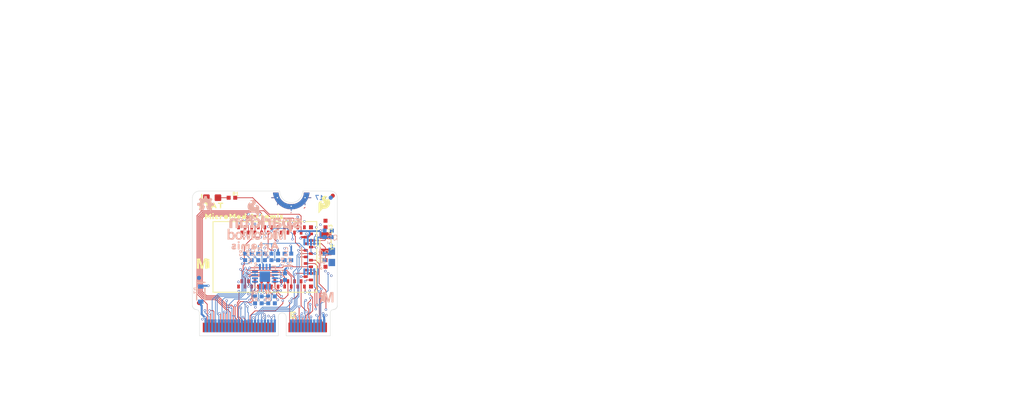
<source format=kicad_pcb>
(kicad_pcb (version 20211014) (generator pcbnew)
  (layers (0 "F.Cu" signal) (1 "In1.Cu" signal) (2 "In2.Cu" signal) (31 "B.Cu" signal) (34 "B.Paste" user) (35 "F.Paste" user) (36 "B.SilkS" user "B.Silkscreen") (37 "F.SilkS" user "F.Silkscreen") (38 "B.Mask" user) (39 "F.Mask" user) (44 "Edge.Cuts" user))
  (net 0 "")
  (net 1 "V_BATT")
  (net 2 "GND")
  (net 3 "~{RESET}")
  (net 4 "BOOT")
  (net 5 "SWDIO")
  (net 6 "SWDCK")
  (net 7 "SPI_SCK")
  (net 8 "SPI_COPI")
  (net 9 "SPI_SCK1/QSPI_SCK")
  (net 10 "RX1")
  (net 11 "I2C_~{INT}")
  (net 12 "SCL")
  (net 13 "SDA")
  (net 14 "PDM_DATA")
  (net 15 "PDM_CLK")
  (net 16 "SPI_CIPO1/QSPI0")
  (net 17 "SPI_COPI1/QSPI_~{CS}")
  (net 18 "SPI_~{CS1}/QSPI3")
  (net 19 "BATT_VIN/3")
  (net 20 "ADC0")
  (net 21 "ADC1")
  (net 22 "D0")
  (net 23 "D1")
  (net 24 "PWM0")
  (net 25 "PWM1")
  (net 26 "LED_BUILTIN")
  (net 27 "SCL1")
  (net 28 "SDA1")
  (net 29 "QSPI1")
  (net 30 "QSPI2")
  (net 31 "TX1/ADC_D-")
  (net 32 "ADC_D+")
  (net 33 "SPI_CIPO")
  (net 34 "CTS1")
  (net 35 "RTS1")
  (net 36 "GPIO5")
  (net 37 "GPIO7")
  (net 38 "GPIO6")
  (net 39 "N$7")
  (net 40 "N$2")
  (net 41 "RXI-0")
  (net 42 "TXO-0")
  (net 43 "~{RTS}")
  (net 44 "USB_D-")
  (net 45 "USB_D+")
  (net 46 "SPI_~{CS}")
  (net 47 "GPIO1")
  (net 48 "GPIO3")
  (net 49 "GPIO2")
  (net 50 "GPIO4")
  (net 51 "GPIO0")
  (net 52 "N$5")
  (net 53 "SCALED_BATT_VIN/3")
  (net 54 "SCALED_ADC0")
  (net 55 "SCALED_ADC1")
  (net 56 "3.3V_EN")
  (net 57 "ADC1_BUFF2")
  (net 58 "ADC0_BUFF2")
  (net 59 "CAM_PCLK")
  (net 60 "ADC0_BUFF1")
  (net 61 "ADC_BUFF1")
  (net 62 "CAM_MCLK")
  (net 63 "3.3V")
  (footprint "boardEagle:MICROMOD_MI_LOGO_.35" (layer "F.Cu") (at 139.1011 105.0034)
    (fp_text reference "U$1" hide)
    (fp_text value "" hide)
  )
  (footprint "boardEagle:0402-TIGHT" (layer "F.Cu") (at 143.5011 95.0034)
    (fp_text reference "R1")
    (fp_text value "1k")
  )
  (footprint "boardEagle:SFE_LOGO_FLAME_.1" (layer "F.Cu") (at 157.5011 96.0034)
    (fp_text reference "LOGO2" hide)
    (fp_text value "SFE_LOGO_FLAME.1_INCH" hide)
  )
  (footprint "boardEagle:CRYSTAL-SMD-3.2X1.5MM" (layer "F.Cu") (at 157.7011 102.0034 -90)
    (fp_text reference "Y1")
    (fp_text value "32.768kHz")
  )
  (footprint "boardEagle:STAT0" (layer "F.Cu") (at 137.8821 96.1914)
    (fp_text reference "U$11" hide)
    (fp_text value "" hide)
  )
  (footprint "boardEagle:ORDERING_INSTRUCTIONS" (layer "F.Cu") (at 162.0411 65.2034)
    (fp_text reference "LOGO4" hide)
    (fp_text value "SPECIAL_INSTRUCTIONS-ORDERING" hide)
  )
  (footprint "boardEagle:MICROMOD_ARTEMIS0" (layer "F.Cu") (at 138.7711 97.8424)
    (fp_text reference "U$8" hide)
    (fp_text value "" hide)
  )
  (footprint "boardEagle:ARTEMIS_FP" (layer "F.Cu") (at 149.0011 104.0034 180)
    (fp_text reference "U1" hide)
    (fp_text value "ARTEMIS_MODULESMD" hide)
  )
  (footprint "boardEagle:FIDUCIAL-MICRO" (layer "F.Cu") (at 138.5011 111.0034)
    (fp_text reference "FD1" hide)
    (fp_text value "FIDUCIALUFIDUCIAL" hide)
  )
  (footprint "boardEagle:M.2-CARD-E-22" (layer "F.Cu") (at 148.5011 116.0034)
    (fp_text reference "J1" hide)
    (fp_text value "MICROMOD-2222" hide)
  )
  (footprint "boardEagle:CREATIVE_COMMONS" (layer "F.Cu") (at 128.6111 124.8934)
    (fp_text reference "FRAME1" hide)
    (fp_text value "FRAME-LEDGER" hide)
  )
  (footprint "boardEagle:0402-TIGHT" (layer "F.Cu") (at 157.7011 99.0034 -90)
    (fp_text reference "C13")
    (fp_text value "15pF")
  )
  (footprint "boardEagle:0402-TIGHT" (layer "F.Cu") (at 157.7011 105.0034 90)
    (fp_text reference "C11")
    (fp_text value "15pF")
  )
  (footprint "boardEagle:FIDUCIAL-MICRO" (layer "F.Cu") (at 158.8011 94.7034)
    (fp_text reference "FD2" hide)
    (fp_text value "FIDUCIALUFIDUCIAL" hide)
  )
  (footprint "boardEagle:LED-0603" (layer "F.Cu") (at 140.5011 95.0034 180)
    (fp_text reference "D2")
    (fp_text value "BLUE")
  )
  (footprint "boardEagle:OSHW-LOGO-MINI" (layer "B.Cu") (at 139.5011 96.0034 180)
    (fp_text reference "LOGO3" hide)
    (fp_text value "OSHW-LOGOMINI" hide)
  )
  (footprint "boardEagle:ARTEMIS0" (layer "B.Cu") (at 151.4711 102.2874 180)
    (fp_text reference "U$9" hide)
    (fp_text value "" hide)
  )
  (footprint "boardEagle:0402-TIGHT" (layer "B.Cu") (at 152.5011 104.0034 -90)
    (fp_text reference "C18")
    (fp_text value "0.1uF")
  )
  (footprint "boardEagle:0402-TIGHT" (layer "B.Cu") (at 158.6611 100.5034 90)
    (fp_text reference "C2")
    (fp_text value "0.22uF")
  )
  (footprint "boardEagle:0402-TIGHT" (layer "B.Cu") (at 148.5011 104.0034 -90)
    (fp_text reference "R15")
    (fp_text value "220K" hide)
  )
  (footprint "boardEagle:0402-TIGHT" (layer "B.Cu") (at 151.5011 104.0034 90)
    (fp_text reference "C28")
    (fp_text value "1.0nF")
  )
  (footprint "boardEagle:0402-TIGHT" (layer "B.Cu") (at 149.5011 104.0034 -90)
    (fp_text reference "C20")
    (fp_text value "0.1uF")
  )
  (footprint "boardEagle:SOD-323" (layer "B.Cu") (at 138.7711 109.6534 -90)
    (fp_text reference "D7")
    (fp_text value "1A/23V/620mV")
  )
  (footprint "boardEagle:0402-TIGHT" (layer "B.Cu") (at 157.5611 100.5034 90)
    (fp_text reference "C17")
    (fp_text value "10nF")
  )
  (footprint "boardEagle:0603" (layer "B.Cu") (at 158.6611 104.0034 -90)
    (fp_text reference "C4")
    (fp_text value "10uF")
  )
  (footprint "boardEagle:0402-TIGHT" (layer "B.Cu") (at 146.5011 104.0034 -90)
    (fp_text reference "R4")
    (fp_text value "150k")
  )
  (footprint "boardEagle:0402-TIGHT" (layer "B.Cu") (at 149.5011 110.0034 180)
    (fp_text reference "R7")
    (fp_text value "150k")
  )
  (footprint "boardEagle:0402-TIGHT" (layer "B.Cu") (at 149.5111 111.0534 180)
    (fp_text reference "R5")
    (fp_text value "150k")
  )
  (footprint "boardEagle:0402-TIGHT" (layer "B.Cu") (at 147.5011 104.0034 -90)
    (fp_text reference "C21")
    (fp_text value "0.1uF")
  )
  (footprint "boardEagle:FIDUCIAL-MICRO" (layer "B.Cu") (at 158.5011 95.0034 180)
    (fp_text reference "FD3" hide)
    (fp_text value "FIDUCIALUFIDUCIAL" hide)
  )
  (footprint "boardEagle:MICROMOD_MI_LOGO_.35" (layer "B.Cu") (at 158.0011 110.1034 180)
    (fp_text reference "U$7" hide)
    (fp_text value "" hide)
  )
  (footprint "boardEagle:0402-TIGHT" (layer "B.Cu") (at 145.5011 104.0034 -90)
    (fp_text reference "R2")
    (fp_text value "100k")
  )
  (footprint "boardEagle:0402-TIGHT" (layer "B.Cu") (at 147.5111 111.0534 180)
    (fp_text reference "R3")
    (fp_text value "100k")
  )
  (footprint "boardEagle:FIDUCIAL-MICRO" (layer "B.Cu") (at 138.5011 107.1934 180)
    (fp_text reference "FD4" hide)
    (fp_text value "FIDUCIALUFIDUCIAL" hide)
  )
  (footprint "boardEagle:0402-TIGHT" (layer "B.Cu") (at 151.5511 107.0034 -90)
    (fp_text reference "C1")
    (fp_text value "0.1uF")
  )
  (footprint "boardEagle:0402-TIGHT" (layer "B.Cu") (at 150.5011 104.0034 90)
    (fp_text reference "R14")
    (fp_text value "100k")
  )
  (footprint "boardEagle:MSOP10" (layer "B.Cu") (at 155.5011 104.0034 90)
    (fp_text reference "U6")
    (fp_text value "CH340E_MSOP10")
  )
  (footprint "boardEagle:0402-TIGHT" (layer "B.Cu") (at 147.5011 110.0034 180)
    (fp_text reference "R6")
    (fp_text value "100k")
  )
  (footprint "boardEagle:QFN-16" (layer "B.Cu") (at 148.5011 107.0034 -90)
    (fp_text reference "U2")
    (fp_text value "TSV524")
  )
  (footprint "boardEagle:0402-TIGHT" (layer "B.Cu") (at 157.5611 104.0034 -90)
    (fp_text reference "C3")
    (fp_text value "1.0uF")
  )
  (footprint "boardEagle:SFE_LOGO_NAME_FLAME_.1" (layer "B.Cu") (at 148.5011 99.0034 180)
    (fp_text reference "LOGO1" hide)
    (fp_text value "SFE_LOGO_NAME_FLAME.1_INCH" hide)
  )
  (footprint "boardEagle:MICROMOD_LOGO_.35" (layer "B.Cu") (at 147.3011 100.6034 180)
    (fp_text reference "U$5" hide)
    (fp_text value "" hide)
  )
  (gr_line (start 158.4261 116.0034) (end 151.7261 116.0034) (layer "Edge.Cuts") (width 0.0508))
  (gr_arc (start 159.501099 111.403401) (mid 159.320461 111.822762) (end 158.9011 112.0034) (layer "Edge.Cuts") (width 0.05))
  (gr_arc (start 138.101098 112.0034) (mid 137.681737 111.822761) (end 137.5011 111.4034) (layer "Edge.Cuts") (width 0.05))
  (gr_line (start 150.5261 113.1034) (end 150.5261 116.0034) (layer "Edge.Cuts") (width 0.0508))
  (gr_line (start 159.5011 95.0034) (end 159.5011 111.4034) (layer "Edge.Cuts") (width 0.05))
  (gr_line (start 151.7261 113.1034) (end 151.7261 116.0034) (layer "Edge.Cuts") (width 0.0508))
  (gr_arc (start 138.101098 112.0034) (mid 137.681737 111.822761) (end 137.5011 111.4034) (layer "Edge.Cuts") (width 0.05))
  (gr_arc (start 154.2511 94.0034) (mid 152.5011 95.7534) (end 150.7511 94.0034) (layer "Edge.Cuts") (width 0.05))
  (gr_arc (start 159.501099 111.403401) (mid 159.320461 111.822762) (end 158.9011 112.0034) (layer "Edge.Cuts") (width 0.05))
  (gr_arc (start 137.5011 95.0034) (mid 137.8011 94.303401) (end 138.501099 94.003401) (layer "Edge.Cuts") (width 0.05))
  (gr_line (start 154.2511 94.0034) (end 158.5011 94.0034) (layer "Edge.Cuts") (width 0.05))
  (gr_line (start 137.5011 111.4034) (end 137.5011 95.0034) (layer "Edge.Cuts") (width 0.05))
  (gr_line (start 138.5761 116.0034) (end 138.5761 112.5034) (layer "Edge.Cuts") (width 0.0508))
  (gr_arc (start 158.5011 94.0034) (mid 159.2011 94.3034) (end 159.5011 95.0034) (layer "Edge.Cuts") (width 0.05))
  (gr_line (start 138.5011 94.0034) (end 150.7511 94.0034) (layer "Edge.Cuts") (width 0.05))
  (gr_arc (start 158.4261 112.5034) (mid 158.566444 112.161102) (end 158.9011 112.0034) (layer "Edge.Cuts") (width 0.0508))
  (gr_line (start 150.5261 116.0034) (end 138.5761 116.0034) (layer "Edge.Cuts") (width 0.0508))
  (gr_arc (start 150.5261 113.1034) (mid 151.1261 112.5034) (end 151.7261 113.1034) (layer "Edge.Cuts") (width 0.0508))
  (gr_line (start 158.4261 112.5034) (end 158.4261 116.0034) (layer "Edge.Cuts") (width 0.0508))
  (gr_arc (start 138.1011 112.0034) (mid 138.434341 112.162446) (end 138.5761 112.503401) (layer "Edge.Cuts") (width 0.0508))
  (gr_text "v17" (at 157.0011 95.0034) (layer "B.Cu") (effects (font (size 0.6477 0.6477) (thickness 0.1143)) (justify mirror)))
  (segment (start 154.0937 101.0034) (end 154.7011 101.0034) (width 0.3048) (layer "F.Cu") (net 1))
  (segment (start 155.0011 101.0034) (end 154.7011 101.0034) (width 0.3048) (layer "F.Cu") (net 1))
  (segment (start 153.9365 101.1606) (end 154.0937 101.0034) (width 0.3048) (layer "F.Cu") (net 1))
  (segment (start 155.5011 100.5034) (end 155.0011 101.0034) (width 0.3048) (layer "F.Cu") (net 1))
  (via (at 153.9365 101.1606) (size 0.3524) (drill 0.2) (layers "F.Cu" "B.Cu") (net 1))
  (via (at 158.5011 102.0034) (size 0.3524) (drill 0.2) (layers "F.Cu" "B.Cu") (net 1))
  (via (at 147.8297 102.8034) (size 0.3524) (drill 0.2) (layers "F.Cu" "B.Cu") (net 1))
  (via (at 151.954743 105.711044) (size 0.3524) (drill 0.2) (layers "F.Cu" "B.Cu") (net 1))
  (via (at 150.0011 102.2606) (size 0.3524) (drill 0.2) (layers "F.Cu" "B.Cu") (net 1))
  (via (at 139.4011 112.1494) (size 0.3524) (drill 0.2) (layers "F.Cu" "B.Cu") (net 1))
  (via (at 139.9141 108.3834) (size 0.3524) (drill 0.2) (layers "F.Cu" "B.Cu") (net 1))
  (segment (start 151.5511 105.9034) (end 151.743456 105.711044) (width 0.254) (layer "B.Cu") (net 1))
  (segment (start 148.2511 105.068925) (end 148.0487 104.866525) (width 0.1016) (layer "B.Cu") (net 1))
  (segment (start 150.5011 102.7606) (end 150.5011 103.5034) (width 0.254) (layer "B.Cu") (net 1))
  (segment (start 139.4011 112.4494) (end 140.0011 113.0494) (width 0.1016) (layer "B.Cu") (net 1))
  (segment (start 158.6611 103.1534) (end 158.6611 102.1634) (width 0.254) (layer "B.Cu") (net 1))
  (segment (start 151.954743 105.711044) (end 151.743456 105.711044) (width 0.254) (layer "B.Cu") (net 1))
  (segment (start 150.0011 102.2606) (end 150.5011 102.7606) (width 0.254) (layer "B.Cu") (net 1))
  (segment (start 148.0487 103.0224) (end 147.8297 102.8034) (width 0.1016) (layer "B.Cu") (net 1))
  (segment (start 151.5511 106.5034) (end 151.5511 105.9034) (width 0.254) (layer "B.Cu") (net 1))
  (segment (start 158.3111 103.5034) (end 158.6611 103.1534) (width 0.254) (layer "B.Cu") (net 1))
  (segment (start 138.8911 108.3834) (end 139.9141 108.3834) (width 0.3048) (layer "B.Cu") (net 1))
  (segment (start 157.5611 103.5034) (end 158.3111 103.5034) (width 0.254) (layer "B.Cu") (net 1))
  (segment (start 140.0011 114.4784) (end 140.0011 113.0494) (width 0.1016) (layer "B.Cu") (net 1))
  (segment (start 139.4011 112.4494) (end 139.4011 112.1494) (width 0.1016) (layer "B.Cu") (net 1))
  (segment (start 158.6611 102.1634) (end 158.5011 102.0034) (width 0.254) (layer "B.Cu") (net 1))
  (segment (start 148.2511 105.5034) (end 148.2511 105.068925) (width 0.1016) (layer "B.Cu") (net 1))
  (segment (start 148.0487 104.866525) (end 148.0487 103.0224) (width 0.1016) (layer "B.Cu") (net 1))
  (segment (start 138.7711 108.5034) (end 138.8911 108.3834) (width 0.3048) (layer "B.Cu") (net 1))
  (segment (start 152.5011 97.2534) (end 152.4511 97.3034) (width 0.1016) (layer "F.Cu") (net 2))
  (segment (start 154.6011 96.4534) (end 154.4511 96.6034) (width 0.1016) (layer "F.Cu") (net 2))
  (via (at 154.5011 98.6034) (size 0.3524) (drill 0.2) (layers "F.Cu" "B.Cu") (net 2))
  (via (at 148.4111 109.4034) (size 0.3524) (drill 0.2) (layers "F.Cu" "B.Cu") (net 2))
  (via (at 146.7721 113.1904) (size 0.3524) (drill 0.2) (layers "F.Cu" "B.Cu") (net 2))
  (via (at 156.3011 99.5034) (size 0.3524) (drill 0.2) (layers "F.Cu" "B.Cu") (net 2))
  (via (at 139.0251 113.4634) (size 0.3524) (drill 0.2) (layers "F.Cu" "B.Cu") (net 2))
  (via (at 144.4861 98.8584) (size 0.3524) (drill 0.2) (layers "F.Cu" "B.Cu") (net 2))
  (via (at 149.0581 112.9904) (size 0.3524) (drill 0.2) (layers "F.Cu" "B.Cu") (net 2))
  (via (at 151.5011 102.7034) (size 0.3524) (drill 0.2) (layers "F.Cu" "B.Cu") (net 2))
  (via (at 147.0611 111.6534) (size 0.3524) (drill 0.2) (layers "F.Cu" "B.Cu") (net 2))
  (via (at 157.8211 112.8554) (size 0.3524) (drill 0.2) (layers "F.Cu" "B.Cu") (net 2))
  (via (at 152.0011 105.0034) (size 0.3524) (drill 0.2) (layers "F.Cu" "B.Cu") (net 2))
  (via (at 148.2961 113.1904) (size 0.3524) (drill 0.2) (layers "F.Cu" "B.Cu") (net 2))
  (via (at 150.5011 100.1034) (size 0.3524) (drill 0.2) (layers "F.Cu" "B.Cu") (net 2))
  (via (at 158.5831 106.8594) (size 0.3524) (drill 0.2) (layers "F.Cu" "B.Cu") (net 2))
  (via (at 148.4761 102.6374) (size 0.3524) (drill 0.2) (layers "F.Cu" "B.Cu") (net 2))
  (via (at 155.3001 109.1454) (size 0.3524) (drill 0.2) (layers "F.Cu" "B.Cu") (net 2))
  (via (at 144.5011 107.8034) (size 0.3524) (drill 0.2) (layers "F.Cu" "B.Cu") (net 2))
  (via (at 157.6831 106.1594) (size 0.3524) (drill 0.2) (layers "F.Cu" "B.Cu") (net 2))
  (via (at 157.5011 96.0034) (size 0.3524) (drill 0.2) (layers "F.Cu" "B.Cu") (net 2))
  (via (at 156.3211 112.8554) (size 0.3524) (drill 0.2) (layers "F.Cu" "B.Cu") (net 2))
  (via (at 147.0261 102.2874) (size 0.3524) (drill 0.2) (layers "F.Cu" "B.Cu") (net 2))
  (segment (start 148.2511 108.5034) (end 148.2511 109.2434) (width 0.1016) (layer "B.Cu") (net 2))
  (segment (start 148.2511 109.2434) (end 148.4111 109.4034) (width 0.1016) (layer "B.Cu") (net 2))
  (segment (start 149.0011 100.3034) (end 149.0011 102.6034) (width 0.1016) (layer "F.Cu") (net 3))
  (segment (start 150.0011 102.982444) (end 149.380143 102.982444) (width 0.1016) (layer "F.Cu") (net 3))
  (segment (start 149.0011 102.6034) (end 149.380143 102.982444) (width 0.1016) (layer "F.Cu") (net 3))
  (via (at 150.0011 102.982444) (size 0.3524) (drill 0.2) (layers "F.Cu" "B.Cu") (net 3))
  (via (at 158.1011 106.5034) (size 0.3524) (drill 0.2) (layers "F.Cu" "B.Cu") (net 3))
  (segment (start 150.5011 104.5034) (end 151.5011 104.5034) (width 0.1016) (layer "B.Cu") (net 3))
  (segment (start 150.0011 104.5034) (end 149.5011 104.5034) (width 0.1016) (layer "B.Cu") (net 3))
  (segment (start 150.5011 104.5034) (end 150.0011 104.5034) (width 0.1016) (layer "B.Cu") (net 3))
  (segment (start 156.5011 113.140113) (end 156.7979 112.843313) (width 0.1016) (layer "B.Cu") (net 3))
  (segment (start 156.7979 112.843313) (end 156.7979 110.417313) (width 0.1016) (layer "B.Cu") (net 3))
  (segment (start 150.0011 102.982444) (end 150.0011 104.5034) (width 0.1016) (layer "B.Cu") (net 3))
  (segment (start 158.1011 106.5034) (end 158.1011 109.114113) (width 0.1016) (layer "B.Cu") (net 3))
  (segment (start 156.7979 110.417313) (end 158.1011 109.114113) (width 0.1016) (layer "B.Cu") (net 3))
  (segment (start 156.5011 114.4784) (end 156.5011 113.140113) (width 0.1016) (layer "B.Cu") (net 3))
  (segment (start 155.759843 112.195988) (end 155.759843 110.140144) (width 0.1016) (layer "F.Cu") (net 4))
  (segment (start 147.1611 109.4034) (end 147.5011 109.0634) (width 0.1016) (layer "F.Cu") (net 4))
  (segment (start 155.1725 113.239513) (end 155.1725 112.783332) (width 0.1016) (layer "F.Cu") (net 4))
  (segment (start 155.2511 114.7284) (end 155.2511 113.318113) (width 0.1016) (layer "F.Cu") (net 4))
  (segment (start 147.5011 109.0634) (end 147.5011 108.5034) (width 0.1016) (layer "F.Cu") (net 4))
  (segment (start 155.759843 110.140144) (end 155.2811 109.6614) (width 0.1016) (layer "F.Cu") (net 4))
  (segment (start 155.1725 112.783332) (end 155.759843 112.195988) (width 0.1016) (layer "F.Cu") (net 4))
  (segment (start 155.2811 109.6614) (end 155.2811 109.6534) (width 0.1016) (layer "F.Cu") (net 4))
  (segment (start 155.2511 113.318113) (end 155.1725 113.239513) (width 0.1016) (layer "F.Cu") (net 4))
  (via (at 146.993968 104.0034) (size 0.3524) (drill 0.2) (layers "F.Cu" "B.Cu") (net 4))
  (via (at 155.2811 109.6534) (size 0.3524) (drill 0.2) (layers "F.Cu" "B.Cu") (net 4))
  (via (at 147.1611 109.4034) (size 0.3524) (drill 0.2) (layers "F.Cu" "B.Cu") (net 4))
  (via (at 149.0011 104.0034) (size 0.3524) (drill 0.2) (layers "F.Cu" "B.Cu") (net 4))
  (segment (start 147.0011 104.0034) (end 146.993968 104.0034) (width 0.1016) (layer "B.Cu") (net 4))
  (segment (start 147.5011 104.5034) (end 147.0011 104.0034) (width 0.1016) (layer "B.Cu") (net 4))
  (segment (start 148.5011 104.5034) (end 149.0011 104.0034) (width 0.1016) (layer "B.Cu") (net 4))
  (segment (start 152.2511 110.742) (end 152.2661 110.727) (width 0.1016) (layer "F.Cu") (net 5))
  (segment (start 149.0011 109.050532) (end 149.0011 107.7034) (width 0.1016) (layer "F.Cu") (net 5))
  (segment (start 152.2511 114.7284) (end 152.2511 110.742) (width 0.1016) (layer "F.Cu") (net 5))
  (segment (start 150.473968 110.5234) (end 149.0011 109.050532) (width 0.1016) (layer "F.Cu") (net 5))
  (via (at 152.2661 110.727) (size 0.3524) (drill 0.2) (layers "F.Cu" "B.Cu") (net 5))
  (via (at 150.473968 110.5234) (size 0.3524) (drill 0.2) (layers "F.Cu" "B.Cu") (net 5))
  (segment (start 152.7511 114.7284) (end 152.7511 112.9256) (width 0.1016) (layer "F.Cu") (net 6))
  (segment (start 152.7511 112.9256) (end 152.7011 112.9256) (width 0.1016) (layer "F.Cu") (net 6))
  (segment (start 144.808675 105.896813) (end 145.0011 106.089238) (width 0.1016) (layer "F.Cu") (net 6))
  (segment (start 145.0011 106.089238) (end 145.0011 107.7034) (width 0.1016) (layer "F.Cu") (net 6))
  (via (at 144.808675 105.896813) (size 0.3524) (drill 0.2) (layers "F.Cu" "B.Cu") (net 6))
  (via (at 152.7011 112.9256) (size 0.3524) (drill 0.2) (layers "F.Cu" "B.Cu") (net 6))
  (via (at 152.508746 105.711047) (size 0.3524) (drill 0.2) (layers "F.Cu" "B.Cu") (net 6))
  (segment (start 147.1011 97.9034) (end 147.5011 98.3034) (width 0.1016) (layer "F.Cu") (net 7))
  (segment (start 143.7511 111.620775) (end 143.471168 111.340844) (width 0.1016) (layer "F.Cu") (net 7))
  (segment (start 146.221381 98.0542) (end 146.372181 97.9034) (width 0.1016) (layer "F.Cu") (net 7))
  (segment (start 147.5011 99.5034) (end 147.5011 98.3034) (width 0.1016) (layer "F.Cu") (net 7))
  (segment (start 143.471168 111.340844) (end 142.793825 111.340844) (width 0.1016) (layer "F.Cu") (net 7))
  (segment (start 145.530018 97.8034) (end 145.780818 98.0542) (width 0.1016) (layer "F.Cu") (net 7))
  (segment (start 142.793825 111.340844) (end 141.346781 109.8938) (width 0.1016) (layer "F.Cu") (net 7))
  (segment (start 145.780818 98.0542) (end 146.221381 98.0542) (width 0.1016) (layer "F.Cu") (net 7))
  (segment (start 141.346781 109.8938) (end 139.644175 109.8938) (width 0.1016) (layer "F.Cu") (net 7))
  (segment (start 139.0171 109.266725) (end 139.0171 98.0874) (width 0.1016) (layer "F.Cu") (net 7))
  (segment (start 139.644175 109.8938) (end 139.0171 109.266725) (width 0.1016) (layer "F.Cu") (net 7))
  (segment (start 143.7511 114.7284) (end 143.7511 111.620775) (width 0.1016) (layer "F.Cu") (net 7))
  (segment (start 139.0171 98.0874) (end 139.3011 97.8034) (width 0.1016) (layer "F.Cu") (net 7))
  (segment (start 146.372181 97.9034) (end 147.1011 97.9034) (width 0.1016) (layer "F.Cu") (net 7))
  (segment (start 139.3011 97.8034) (end 145.530018 97.8034) (width 0.1016) (layer "F.Cu") (net 7))
  (segment (start 143.2511 112.416032) (end 141.135268 110.3002) (width 0.1016) (layer "F.Cu") (net 8))
  (segment (start 139.475837 110.3002) (end 138.6107 109.435063) (width 0.1016) (layer "F.Cu") (net 8))
  (segment (start 141.135268 110.3002) (end 139.475837 110.3002) (width 0.1016) (layer "F.Cu") (net 8))
  (segment (start 139.132762 97.397) (end 145.8757 97.397) (width 0.1016) (layer "F.Cu") (net 8))
  (segment (start 143.2511 114.7284) (end 143.2511 112.416032) (width 0.1016) (layer "F.Cu") (net 8))
  (segment (start 145.8757 97.397) (end 146.0011 97.5224) (width 0.1016) (layer "F.Cu") (net 8))
  (segment (start 146.0011 99.032) (end 146.0011 100.3034) (width 0.1016) (layer "F.Cu") (net 8))
  (segment (start 138.6107 97.919063) (end 139.132762 97.397) (width 0.1016) (layer "F.Cu") (net 8))
  (segment (start 138.6107 109.435063) (end 138.6107 97.919063) (width 0.1016) (layer "F.Cu") (net 8))
  (segment (start 145.9725 99.0034) (end 146.0011 99.032) (width 0.1016) (layer "F.Cu") (net 8))
  (via (at 145.9725 99.0034) (size 0.3524) (drill 0.2) (layers "F.Cu" "B.Cu") (net 8))
  (via (at 146.0011 97.5224) (size 0.3524) (drill 0.2) (layers "F.Cu" "B.Cu") (net 8))
  (segment (start 149.7011 106.917) (end 146.164318 106.917) (width 0.1016) (layer "F.Cu") (net 9))
  (segment (start 146.164318 106.917) (end 145.955718 107.1256) (width 0.1016) (layer "F.Cu") (net 9))
  (segment (start 150.0011 107.217) (end 149.7011 106.917) (width 0.1016) (layer "F.Cu") (net 9))
  (segment (start 150.2979 109.704713) (end 150.907787 110.3146) (width 0.1016) (layer "F.Cu") (net 9))
  (segment (start 150.2979 109.015725) (end 150.2979 109.704713) (width 0.1016) (layer "F.Cu") (net 9))
  (segment (start 150.0011 107.7034) (end 150.0011 108.718925) (width 0.1016) (layer "F.Cu") (net 9))
  (segment (start 150.0011 108.718925) (end 150.2979 109.015725) (width 0.1016) (layer "F.Cu") (net 9))
  (segment (start 151.4899 110.3146) (end 152.0011 109.8034) (width 0.1016) (layer "F.Cu") (net 9))
  (segment (start 150.907787 110.3146) (end 151.4899 110.3146) (width 0.1016) (layer "F.Cu") (net 9))
  (segment (start 150.0011 107.7034) (end 150.0011 107.217) (width 0.1016) (layer "F.Cu") (net 9))
  (segment (start 152.0011 109.8034) (end 152.0011 107.7034) (width 0.1016) (layer "F.Cu") (net 9))
  (via (at 145.955718 107.1256) (size 0.3524) (drill 0.2) (layers "F.Cu" "B.Cu") (net 9))
  (segment (start 145.955718 107.993307) (end 146.3297 108.367288) (width 0.1016) (layer "B.Cu") (net 9))
  (segment (start 143.8797 110.4248) (end 145.669387 110.4248) (width 0.1016) (layer "B.Cu") (net 9))
  (segment (start 146.3297 108.367288) (end 146.3297 109.764488) (width 0.1016) (layer "B.Cu") (net 9))
  (segment (start 145.955718 107.1256) (end 145.955718 107.993307) (width 0.1016) (layer "B.Cu") (net 9))
  (segment (start 146.3297 109.764488) (end 145.669387 110.4248) (width 0.1016) (layer "B.Cu") (net 9))
  (segment (start 143.0011 111.3034) (end 143.8797 110.4248) (width 0.1016) (layer "B.Cu") (net 9))
  (segment (start 143.0011 114.4784) (end 143.0011 111.3034) (width 0.1016) (layer "B.Cu") (net 9))
  (segment (start 153.2511 113.404657) (end 153.0939 113.247457) (width 0.1016) (layer "F.Cu") (net 10))
  (segment (start 153.262075 106.5034) (end 153.1407 106.624775) (width 0.1016) (layer "F.Cu") (net 10))
  (segment (start 155.5011 106.5034) (end 153.262075 106.5034) (width 0.1016) (layer "F.Cu") (net 10))
  (segment (start 153.0939 112.6248) (end 153.0725 112.6034) (width 0.1016) (layer "F.Cu") (net 10))
  (segment (start 153.2511 114.7284) (end 153.2511 113.404657) (width 0.1016) (layer "F.Cu") (net 10))
  (segment (start 153.0939 113.247457) (end 153.0939 112.6248) (width 0.1016) (layer "F.Cu") (net 10))
  (via (at 153.0725 112.6034) (size 0.3524) (drill 0.2) (layers "F.Cu" "B.Cu") (net 10))
  (via (at 153.1407 106.624775) (size 0.3524) (drill 0.2) (layers "F.Cu" "B.Cu") (net 10))
  (segment (start 150.1583 101.5606) (end 150.0011 101.4034) (width 0.1016) (layer "F.Cu") (net 11))
  (segment (start 150.0011 100.3034) (end 150.0011 101.4034) (width 0.1016) (layer "F.Cu") (net 11))
  (segment (start 150.4011 101.5606) (end 150.1583 101.5606) (width 0.1016) (layer "F.Cu") (net 11))
  (via (at 154.1225 112.6256) (size 0.3524) (drill 0.2) (layers "F.Cu" "B.Cu") (net 11))
  (via (at 150.4011 101.5606) (size 0.3524) (drill 0.2) (layers "F.Cu" "B.Cu") (net 11))
  (segment (start 153.9543 112.7938) (end 154.1225 112.6256) (width 0.1016) (layer "B.Cu") (net 11))
  (segment (start 154.0011 114.4784) (end 154.0011 113.286313) (width 0.1016) (layer "B.Cu") (net 11))
  (segment (start 153.9543 113.239513) (end 153.9543 112.7938) (width 0.1016) (layer "B.Cu") (net 11))
  (segment (start 154.0011 113.286313) (end 153.9543 113.239513) (width 0.1016) (layer "B.Cu") (net 11))
  (segment (start 146.0011 108.5034) (end 146.0011 107.7034) (width 0.1016) (layer "F.Cu") (net 12))
  (via (at 154.720784 110.583716) (size 0.3524) (drill 0.2) (layers "F.Cu" "B.Cu") (net 12))
  (via (at 146.0011 108.5034) (size 0.3524) (drill 0.2) (layers "F.Cu" "B.Cu") (net 12))
  (segment (start 154.5011 113.349913) (end 154.6115 113.239513) (width 0.1016) (layer "B.Cu") (net 12))
  (segment (start 154.5011 110.8034) (end 154.720784 110.583716) (width 0.1016) (layer "B.Cu") (net 12))
  (segment (start 154.5011 114.4784) (end 154.5011 113.349913) (width 0.1016) (layer "B.Cu") (net 12))
  (segment (start 154.6115 113.239513) (end 154.6115 112.667288) (width 0.1016) (layer "B.Cu") (net 12))
  (segment (start 154.6115 112.667288) (end 154.5011 112.556888) (width 0.1016) (layer "B.Cu") (net 12))
  (segment (start 154.5011 112.556888) (end 154.5011 110.8034) (width 0.1016) (layer "B.Cu") (net 12))
  (segment (start 146.5011 108.5034) (end 146.5011 110.2444) (width 0.1016) (layer "F.Cu") (net 13))
  (segment (start 146.5011 110.2444) (end 146.1681 110.5774) (width 0.1016) (layer "F.Cu") (net 13))
  (via (at 155.3725 111.196713) (size 0.3524) (drill 0.2) (layers "F.Cu" "B.Cu") (net 13))
  (via (at 146.1681 110.5774) (size 0.3524) (drill 0.2) (layers "F.Cu" "B.Cu") (net 13))
  (segment (start 155.3725 112.395963) (end 155.3725 111.196713) (width 0.1016) (layer "B.Cu") (net 13))
  (segment (start 155.0011 114.4784) (end 155.0011 112.767363) (width 0.1016) (layer "B.Cu") (net 13))
  (segment (start 155.0011 112.767363) (end 155.3725 112.395963) (width 0.1016) (layer "B.Cu") (net 13))
  (segment (start 144.965362 98.3034) (end 144.801475 98.3034) (width 0.1016) (layer "F.Cu") (net 14))
  (segment (start 146.3904 98.457407) (end 145.740781 98.457407) (width 0.1016) (layer "F.Cu") (net 14))
  (segment (start 146.5011 98.568107) (end 146.3904 98.457407) (width 0.1016) (layer "F.Cu") (net 14))
  (segment (start 145.293962 98.632) (end 144.965362 98.3034) (width 0.1016) (layer "F.Cu") (net 14))
  (segment (start 146.5011 99.5034) (end 146.5011 98.568107) (width 0.1016) (layer "F.Cu") (net 14))
  (segment (start 145.566187 98.632) (end 145.293962 98.632) (width 0.1016) (layer "F.Cu") (net 14))
  (segment (start 145.740781 98.457407) (end 145.566187 98.632) (width 0.1016) (layer "F.Cu") (net 14))
  (via (at 144.801475 98.3034) (size 0.3524) (drill 0.2) (layers "F.Cu" "B.Cu") (net 14))
  (via (at 144.859046 111.745454) (size 0.3524) (drill 0.2) (layers "F.Cu" "B.Cu") (net 14))
  (segment (start 145.0011 114.4784) (end 145.0011 113.446713) (width 0.1016) (layer "B.Cu") (net 14))
  (segment (start 145.0011 113.446713) (end 144.8439 113.289513) (width 0.1016) (layer "B.Cu") (net 14))
  (segment (start 144.8439 111.7606) (end 144.8439 113.289513) (width 0.1016) (layer "B.Cu") (net 14))
  (segment (start 144.8439 111.7606) (end 144.859046 111.745454) (width 0.1016) (layer "B.Cu") (net 14))
  (segment (start 145.5011 100.1034) (end 145.5011 99.5034) (width 0.1016) (layer "F.Cu") (net 15))
  (via (at 145.5011 100.1034) (size 0.3524) (drill 0.2) (layers "F.Cu" "B.Cu") (net 15))
  (via (at 145.5011 111.1034) (size 0.3524) (drill 0.2) (layers "F.Cu" "B.Cu") (net 15))
  (segment (start 145.5011 114.4784) (end 145.5011 111.1034) (width 0.1016) (layer "B.Cu") (net 15))
  (segment (start 152.5011 107.009482) (end 152.5011 108.5034) (width 0.1016) (layer "F.Cu") (net 16))
  (segment (start 152.5011 107.009482) (end 151.876818 106.3852) (width 0.1016) (layer "F.Cu") (net 16))
  (segment (start 152.5011 108.9748) (end 152.5011 108.5034) (width 0.1016) (layer "F.Cu") (net 16))
  (segment (start 155.5011 107.5034) (end 154.8011 107.5034) (width 0.1016) (layer "F.Cu") (net 16))
  (segment (start 152.3725 109.1034) (end 152.5011 108.9748) (width 0.1016) (layer "F.Cu") (net 16))
  (segment (start 151.876818 106.3852) (end 146.212568 106.3852) (width 0.1016) (layer "F.Cu") (net 16))
  (segment (start 154.8011 107.5034) (end 154.6011 107.7034) (width 0.1016) (layer "F.Cu") (net 16))
  (via (at 146.212568 106.3852) (size 0.3524) (drill 0.2) (layers "F.Cu" "B.Cu") (net 16))
  (via (at 152.3725 109.1034) (size 0.3524) (drill 0.2) (layers "F.Cu" "B.Cu") (net 16))
  (via (at 154.6011 107.7034) (size 0.3524) (drill 0.2) (layers "F.Cu" "B.Cu") (net 16))
  (segment (start 144.87625 110.213) (end 145.6107 109.47855) (width 0.1016) (layer "B.Cu") (net 16))
  (segment (start 145.6107 109.47855) (end 145.6107 107.005907) (width 0.1016) (layer "B.Cu") (net 16))
  (segment (start 142.0011 110.613) (end 142.4011 110.213) (width 0.1016) (layer "B.Cu") (net 16))
  (segment (start 145.6107 107.005907) (end 146.163712 106.452894) (width 0.1016) (layer "B.Cu") (net 16))
  (segment (start 146.163712 106.434057) (end 146.163712 106.452894) (width 0.1016) (layer "B.Cu") (net 16))
  (segment (start 142.4011 110.213) (end 144.87625 110.213) (width 0.1016) (layer "B.Cu") (net 16))
  (segment (start 146.212568 106.3852) (end 146.163712 106.434057) (width 0.1016) (layer "B.Cu") (net 16))
  (segment (start 142.0011 114.4784) (end 142.0011 110.613) (width 0.1016) (layer "B.Cu") (net 16))
  (segment (start 150.5011 108.5034) (end 150.5011 109.4432) (width 0.1016) (layer "F.Cu") (net 17))
  (segment (start 151.0439 109.986) (end 150.5011 109.4432) (width 0.1016) (layer "F.Cu") (net 17))
  (via (at 151.0439 109.986) (size 0.3524) (drill 0.2) (layers "F.Cu" "B.Cu") (net 17))
  (via (at 142.7011 110.6416) (size 0.3524) (drill 0.2) (layers "F.Cu" "B.Cu") (net 17))
  (segment (start 142.5011 112.661713) (end 142.7011 112.461713) (width 0.1016) (layer "B.Cu") (net 17))
  (segment (start 142.7011 112.461713) (end 142.7011 110.6416) (width 0.1016) (layer "B.Cu") (net 17))
  (segment (start 142.5011 114.4784) (end 142.5011 112.661713) (width 0.1016) (layer "B.Cu") (net 17))
  (segment (start 153.0011 107.222113) (end 151.814631 106.035644) (width 0.1016) (layer "F.Cu") (net 18))
  (segment (start 153.0011 107.7034) (end 153.0011 107.222113) (width 0.1016) (layer "F.Cu") (net 18))
  (segment (start 151.814631 106.035644) (end 145.858587 106.035644) (width 0.1016) (layer "F.Cu") (net 18))
  (segment (start 145.858587 106.035644) (end 145.5329 105.709957) (width 0.1016) (layer "F.Cu") (net 18))
  (via (at 145.5329 105.709957) (size 0.3524) (drill 0.2) (layers "F.Cu" "B.Cu") (net 18))
  (segment (start 140.5011 114.4784) (end 140.5011 110.5034) (width 0.1016) (layer "B.Cu") (net 18))
  (segment (start 145.0011 109.226044) (end 145.0011 106.241757) (width 0.1016) (layer "B.Cu") (net 18))
  (segment (start 144.623743 109.6034) (end 145.0011 109.226044) (width 0.1016) (layer "B.Cu") (net 18))
  (segment (start 145.0011 106.241757) (end 145.5329 105.709957) (width 0.1016) (layer "B.Cu") (net 18))
  (segment (start 140.5011 110.5034) (end 141.4011 109.6034) (width 0.1016) (layer "B.Cu") (net 18))
  (segment (start 141.4011 109.6034) (end 144.623743 109.6034) (width 0.1016) (layer "B.Cu") (net 18))
  (segment (start 145.7511 114.7284) (end 145.7511 113.732) (width 0.1016) (layer "F.Cu") (net 19))
  (segment (start 145.7511 113.732) (end 145.1725 113.1534) (width 0.1016) (layer "F.Cu") (net 19))
  (via (at 145.1725 113.1534) (size 0.3524) (drill 0.2) (layers "F.Cu" "B.Cu") (net 19))
  (via (at 144.9011 104.2534) (size 0.3524) (drill 0.2) (layers "F.Cu" "B.Cu") (net 19))
  (segment (start 145.2511 104.2534) (end 144.9011 104.2534) (width 0.1016) (layer "B.Cu") (net 19))
  (segment (start 145.5011 104.5034) (end 145.2511 104.2534) (width 0.1016) (layer "B.Cu") (net 19))
  (via (at 149.494128 113.196429) (size 0.3524) (drill 0.2) (layers "F.Cu" "B.Cu") (net 20))
  (via (at 147.3265 105.332) (size 0.3524) (drill 0.2) (layers "F.Cu" "B.Cu") (net 20))
  (segment (start 149.5011 114.4784) (end 149.5011 113.196429) (width 0.1016) (layer "B.Cu") (net 20))
  (segment (start 147.7067 105.332) (end 147.3265 105.332) (width 0.1016) (layer "B.Cu") (net 20))
  (segment (start 147.7067 105.332) (end 147.7511 105.3764) (width 0.1016) (layer "B.Cu") (net 20))
  (segment (start 149.5011 113.196429) (end 149.494128 113.196429) (width 0.1016) (layer "B.Cu") (net 20))
  (segment (start 147.7511 105.5034) (end 147.7511 105.3764) (width 0.1016) (layer "B.Cu") (net 20))
  (via (at 148.394918 112.7364) (size 0.3524) (drill 0.2) (layers "F.Cu" "B.Cu") (net 21))
  (via (at 147.5111 110.5534) (size 0.3524) (drill 0.2) (layers "F.Cu" "B.Cu") (net 21))
  (segment (start 148.5011 113.450113) (end 148.6247 113.326513) (width 0.1016) (layer "B.Cu") (net 21))
  (segment (start 148.6247 112.966182) (end 148.394918 112.7364) (width 0.1016) (layer "B.Cu") (net 21))
  (segment (start 147.7511 109.098688) (end 147.5111 109.338688) (width 0.1016) (layer "B.Cu") (net 21))
  (segment (start 147.5111 109.338688) (end 147.5111 110.5534) (width 0.1016) (layer "B.Cu") (net 21))
  (segment (start 148.6247 113.326513) (end 148.6247 112.966182) (width 0.1016) (layer "B.Cu") (net 21))
  (segment (start 147.7511 108.5034) (end 147.7511 109.098688) (width 0.1016) (layer "B.Cu") (net 21))
  (segment (start 148.5011 114.4784) (end 148.5011 113.450113) (width 0.1016) (layer "B.Cu") (net 21))
  (segment (start 148.5011 100.3812) (end 148.5233 100.4034) (width 0.1016) (layer "F.Cu") (net 22))
  (segment (start 148.5011 99.5034) (end 148.5011 100.3812) (width 0.1016) (layer "F.Cu") (net 22))
  (via (at 148.5233 100.4034) (size 0.3524) (drill 0.2) (layers "F.Cu" "B.Cu") (net 22))
  (via (at 154.8011 100.5034) (size 0.3524) (drill 0.2) (layers "F.Cu" "B.Cu") (net 22))
  (via (at 155.5011 113.1034) (size 0.3524) (drill 0.2) (layers "F.Cu" "B.Cu") (net 22))
  (segment (start 155.5011 114.4784) (end 155.5011 113.1034) (width 0.1016) (layer "B.Cu") (net 22))
  (segment (start 149.5011 99.5034) (end 149.5011 100.1034) (width 0.1016) (layer "F.Cu") (net 23))
  (via (at 152.7011 101.3034) (size 0.3524) (drill 0.2) (layers "F.Cu" "B.Cu") (net 23))
  (via (at 153.4225 113.111344) (size 0.3524) (drill 0.2) (layers "F.Cu" "B.Cu") (net 23))
  (via (at 149.5011 100.1034) (size 0.3524) (drill 0.2) (layers "F.Cu" "B.Cu") (net 23))
  (segment (start 151.8725 99.6748) (end 152.7011 100.5034) (width 0.1016) (layer "B.Cu") (net 23))
  (segment (start 153.426156 113.111344) (end 153.5011 113.186288) (width 0.1016) (layer "B.Cu") (net 23))
  (segment (start 153.4225 113.111344) (end 153.426156 113.111344) (width 0.1016) (layer "B.Cu") (net 23))
  (segment (start 149.864987 99.6748) (end 151.8725 99.6748) (width 0.1016) (layer "B.Cu") (net 23))
  (segment (start 152.7011 100.5034) (end 152.7011 101.3034) (width 0.1016) (layer "B.Cu") (net 23))
  (segment (start 149.5011 100.1034) (end 149.5011 100.038688) (width 0.1016) (layer "B.Cu") (net 23))
  (segment (start 149.864987 99.6748) (end 149.5011 100.038688) (width 0.1016) (layer "B.Cu") (net 23))
  (segment (start 153.5011 114.4784) (end 153.5011 113.186288) (width 0.1016) (layer "B.Cu") (net 23))
  (segment (start 145.158675 100.9034) (end 145.358675 100.9034) (width 0.1016) (layer "F.Cu") (net 24))
  (segment (start 145.0011 100.3034) (end 145.0011 100.745825) (width 0.1016) (layer "F.Cu") (net 24))
  (segment (start 145.0011 100.745825) (end 145.158675 100.9034) (width 0.1016) (layer "F.Cu") (net 24))
  (via (at 149.865812 112.918113) (size 0.3524) (drill 0.2) (layers "F.Cu" "B.Cu") (net 24))
  (via (at 149.0233 99.4034) (size 0.3524) (drill 0.2) (layers "F.Cu" "B.Cu") (net 24))
  (via (at 145.358675 100.9034) (size 0.3524) (drill 0.2) (layers "F.Cu" "B.Cu") (net 24))
  (segment (start 150.0011 114.4784) (end 150.0011 113.0534) (width 0.1016) (layer "B.Cu") (net 24))
  (segment (start 150.0011 113.0534) (end 149.865812 112.918113) (width 0.1016) (layer "B.Cu") (net 24))
  (segment (start 146.2511 112.9534) (end 147.0011 112.2034) (width 0.1016) (layer "F.Cu") (net 25))
  (segment (start 150.1011 112.2034) (end 151.2273 111.0772) (width 0.1016) (layer "F.Cu") (net 25))
  (segment (start 151.0011 101.1034) (end 151.0011 100.3034) (width 0.1016) (layer "F.Cu") (net 25))
  (segment (start 146.2511 114.7284) (end 146.2511 112.9534) (width 0.1016) (layer "F.Cu") (net 25))
  (segment (start 147.0011 112.2034) (end 150.1011 112.2034) (width 0.1016) (layer "F.Cu") (net 25))
  (segment (start 151.2273 110.6448) (end 151.2273 111.0772) (width 0.1016) (layer "F.Cu") (net 25))
  (via (at 151.0011 101.1034) (size 0.3524) (drill 0.2) (layers "F.Cu" "B.Cu") (net 25))
  (via (at 151.2273 110.6448) (size 0.3524) (drill 0.2) (layers "F.Cu" "B.Cu") (net 25))
  (segment (start 154.0011 97.8034) (end 153.725059 97.52736) (width 0.1016) (layer "F.Cu") (net 26))
  (segment (start 153.725059 97.52736) (end 149.17714 97.52736) (width 0.1016) (layer "F.Cu") (net 26))
  (segment (start 146.653181 95.0034) (end 144.0011 95.0034) (width 0.1016) (layer "F.Cu") (net 26))
  (segment (start 154.0011 100.3034) (end 154.0011 97.8034) (width 0.1016) (layer "F.Cu") (net 26))
  (segment (start 149.17714 97.52736) (end 146.653181 95.0034) (width 0.1016) (layer "F.Cu") (net 26))
  (segment (start 149.5011 108.9034) (end 149.708746 109.111047) (width 0.1016) (layer "F.Cu") (net 27))
  (segment (start 149.5011 108.5034) (end 149.5011 108.9034) (width 0.1016) (layer "F.Cu") (net 27))
  (segment (start 144.560631 110.7018) (end 144.32725 110.935182) (width 0.1016) (layer "F.Cu") (net 27))
  (segment (start 144.7011 113.534082) (end 144.32725 113.160232) (width 0.1016) (layer "F.Cu") (net 27))
  (segment (start 149.908746 109.111047) (end 149.708746 109.111047) (width 0.1016) (layer "F.Cu") (net 27))
  (segment (start 144.7511 114.7284) (end 144.7011 114.6784) (width 0.1016) (layer "F.Cu") (net 27))
  (segment (start 144.7011 114.6784) (end 144.7011 113.534082) (width 0.1016) (layer "F.Cu") (net 27))
  (segment (start 144.32725 113.160232) (end 144.32725 110.935182) (width 0.1016) (layer "F.Cu") (net 27))
  (segment (start 144.560631 110.7018) (end 144.560631 109.2018) (width 0.1016) (layer "F.Cu") (net 27))
  (via (at 144.560631 109.2018) (size 0.3524) (drill 0.2) (layers "F.Cu" "B.Cu") (net 27))
  (via (at 149.908746 109.111047) (size 0.3524) (drill 0.2) (layers "F.Cu" "B.Cu") (net 27))
  (segment (start 144.53045 113.076063) (end 144.53045 111.07405) (width 0.1016) (layer "F.Cu") (net 28))
  (segment (start 145.831987 110.906) (end 146.404212 110.906) (width 0.1016) (layer "F.Cu") (net 28))
  (segment (start 145.2511 113.796713) (end 144.53045 113.076063) (width 0.1016) (layer "F.Cu") (net 28))
  (segment (start 147.0011 108.9034) (end 147.0011 107.7034) (width 0.1016) (layer "F.Cu") (net 28))
  (segment (start 145.2511 114.7284) (end 145.2511 113.796713) (width 0.1016) (layer "F.Cu") (net 28))
  (segment (start 146.7043 110.605913) (end 146.7043 109.2002) (width 0.1016) (layer "F.Cu") (net 28))
  (segment (start 144.53045 111.07405) (end 144.8297 110.7748) (width 0.1016) (layer "F.Cu") (net 28))
  (segment (start 146.7043 109.2002) (end 147.0011 108.9034) (width 0.1016) (layer "F.Cu") (net 28))
  (segment (start 146.404212 110.906) (end 146.7043 110.605913) (width 0.1016) (layer "F.Cu") (net 28))
  (segment (start 144.8297 110.7748) (end 145.700787 110.7748) (width 0.1016) (layer "F.Cu") (net 28))
  (segment (start 145.700787 110.7748) (end 145.831987 110.906) (width 0.1016) (layer "F.Cu") (net 28))
  (segment (start 151.415368 105.382444) (end 151.137212 105.6606) (width 0.1016) (layer "F.Cu") (net 29))
  (segment (start 152.8011 105.5034) (end 152.680143 105.382444) (width 0.1016) (layer "F.Cu") (net 29))
  (segment (start 152.680143 105.382444) (end 151.415368 105.382444) (width 0.1016) (layer "F.Cu") (net 29))
  (segment (start 146.2096 105.6606) (end 146.1922 105.678) (width 0.1016) (layer "F.Cu") (net 29))
  (segment (start 151.137212 105.6606) (end 146.2096 105.6606) (width 0.1016) (layer "F.Cu") (net 29))
  (segment (start 155.5011 105.5034) (end 152.8011 105.5034) (width 0.1016) (layer "F.Cu") (net 29))
  (via (at 146.1922 105.678) (size 0.3524) (drill 0.2) (layers "F.Cu" "B.Cu") (net 29))
  (segment (start 145.4075 106.921738) (end 145.863712 106.465525) (width 0.1016) (layer "B.Cu") (net 29))
  (segment (start 141.5011 114.4784) (end 141.5011 112.936313) (width 0.1016) (layer "B.Cu") (net 29))
  (segment (start 141.2725 112.707713) (end 141.2725 110.322569) (width 0.1016) (layer "B.Cu") (net 29))
  (segment (start 144.792081 110.0098) (end 145.4075 109.394382) (width 0.1016) (layer "B.Cu") (net 29))
  (segment (start 141.585268 110.0098) (end 144.792081 110.0098) (width 0.1016) (layer "B.Cu") (net 29))
  (segment (start 145.863712 106.006488) (end 145.863712 106.465525) (width 0.1016) (layer "B.Cu") (net 29))
  (segment (start 145.4075 109.394382) (end 145.4075 106.921738) (width 0.1016) (layer "B.Cu") (net 29))
  (segment (start 141.5011 112.936313) (end 141.2725 112.707713) (width 0.1016) (layer "B.Cu") (net 29))
  (segment (start 146.1922 105.678) (end 145.863712 106.006488) (width 0.1016) (layer "B.Cu") (net 29))
  (segment (start 141.2725 110.322569) (end 141.585268 110.0098) (width 0.1016) (layer "B.Cu") (net 29))
  (segment (start 145.535112 106.2498) (end 145.535112 106.272457) (width 0.1016) (layer "F.Cu") (net 30))
  (segment (start 151.101212 106.67) (end 150.828987 106.67) (width 0.1016) (layer "F.Cu") (net 30))
  (segment (start 151.5011 108.5034) (end 151.5011 107.069888) (width 0.1016) (layer "F.Cu") (net 30))
  (segment (start 150.828987 106.67) (end 150.785187 106.7138) (width 0.1016) (layer "F.Cu") (net 30))
  (segment (start 150.785187 106.7138) (end 145.976456 106.7138) (width 0.1016) (layer "F.Cu") (net 30))
  (segment (start 145.976456 106.7138) (end 145.535112 106.272457) (width 0.1016) (layer "F.Cu") (net 30))
  (segment (start 151.5011 107.069888) (end 151.101212 106.67) (width 0.1016) (layer "F.Cu") (net 30))
  (via (at 145.535112 106.2498) (size 0.3524) (drill 0.2) (layers "F.Cu" "B.Cu") (net 30))
  (segment (start 141.0011 114.4784) (end 141.0011 110.3066) (width 0.1016) (layer "B.Cu") (net 30))
  (segment (start 144.707912 109.8066) (end 145.2043 109.310213) (width 0.1016) (layer "B.Cu") (net 30))
  (segment (start 141.0011 110.3066) (end 141.5011 109.8066) (width 0.1016) (layer "B.Cu") (net 30))
  (segment (start 145.2043 106.787569) (end 145.535112 106.456757) (width 0.1016) (layer "B.Cu") (net 30))
  (segment (start 141.5011 109.8066) (end 144.707912 109.8066) (width 0.1016) (layer "B.Cu") (net 30))
  (segment (start 145.2043 109.310213) (end 145.2043 106.787569) (width 0.1016) (layer "B.Cu") (net 30))
  (segment (start 145.535112 106.456757) (end 145.535112 106.2498) (width 0.1016) (layer "B.Cu") (net 30))
  (segment (start 153.7511 112.975232) (end 153.7511 114.7284) (width 0.1016) (layer "F.Cu") (net 31))
  (segment (start 153.7031 111.5874) (end 153.7031 112.927232) (width 0.1016) (layer "F.Cu") (net 31))
  (segment (start 156.2979 106.3002) (end 156.0011 106.0034) (width 0.1016) (layer "F.Cu") (net 31))
  (segment (start 156.0939 109.0106) (end 156.2979 108.8066) (width 0.1016) (layer "F.Cu") (net 31))
  (segment (start 156.0939 111.439513) (end 156.0939 109.0106) (width 0.1016) (layer "F.Cu") (net 31))
  (segment (start 156.0011 106.0034) (end 154.7011 106.0034) (width 0.1016) (layer "F.Cu") (net 31))
  (segment (start 156.2979 108.8066) (end 156.2979 106.3002) (width 0.1016) (layer "F.Cu") (net 31))
  (segment (start 141.7511 112.7216) (end 141.6011 112.5716) (width 0.1016) (layer "F.Cu") (net 31))
  (segment (start 153.7031 112.927232) (end 153.7511 112.975232) (width 0.1016) (layer "F.Cu") (net 31))
  (segment (start 156.2297 111.575313) (end 156.0939 111.439513) (width 0.1016) (layer "F.Cu") (net 31))
  (segment (start 156.2297 111.9288) (end 156.2297 111.575313) (width 0.1016) (layer "F.Cu") (net 31))
  (segment (start 141.7511 114.7284) (end 141.7511 112.7216) (width 0.1016) (layer "F.Cu") (net 31))
  (via (at 156.2297 111.9288) (size 0.3524) (drill 0.2) (layers "F.Cu" "B.Cu") (net 31))
  (via (at 153.7031 111.5874) (size 0.3524) (drill 0.2) (layers "F.Cu" "B.Cu") (net 31))
  (via (at 141.6011 112.5716) (size 0.3524) (drill 0.2) (layers "F.Cu" "B.Cu") (net 31))
  (segment (start 156.3955 109.028288) (end 156.3955 111.2764) (width 0.1016) (layer "F.Cu") (net 32))
  (segment (start 142.2511 114.7284) (end 142.2511 112.447) (width 0.1016) (layer "F.Cu") (net 32))
  (segment (start 156.5011 108.922688) (end 156.3955 109.028288) (width 0.1016) (layer "F.Cu") (net 32))
  (segment (start 154.7011 105.0034) (end 156.1011 105.0034) (width 0.1016) (layer "F.Cu") (net 32))
  (segment (start 156.5011 105.4034) (end 156.5011 108.922688) (width 0.1016) (layer "F.Cu") (net 32))
  (segment (start 142.2511 112.447) (end 142.3297 112.3684) (width 0.1016) (layer "F.Cu") (net 32))
  (segment (start 156.3955 111.2764) (end 156.4225 111.3034) (width 0.1016) (layer "F.Cu") (net 32))
  (segment (start 156.1011 105.0034) (end 156.5011 105.4034) (width 0.1016) (layer "F.Cu") (net 32))
  (via (at 142.3297 112.3684) (size 0.3524) (drill 0.2) (layers "F.Cu" "B.Cu") (net 32))
  (via (at 156.4225 111.3034) (size 0.3524) (drill 0.2) (layers "F.Cu" "B.Cu") (net 32))
  (segment (start 138.4075 109.519232) (end 138.4075 97.834894) (width 0.1016) (layer "F.Cu") (net 33))
  (segment (start 141.0511 110.5034) (end 139.391668 110.5034) (width 0.1016) (layer "F.Cu") (net 33))
  (segment (start 139.391668 110.5034) (end 138.4075 109.519232) (width 0.1016) (layer "F.Cu") (net 33))
  (segment (start 148.0011 100.3034) (end 148.0011 97.4034) (width 0.1016) (layer "F.Cu") (net 33))
  (segment (start 142.7511 114.7284) (end 142.7511 112.2034) (width 0.1016) (layer "F.Cu") (net 33))
  (segment (start 142.7511 112.2034) (end 141.0511 110.5034) (width 0.1016) (layer "F.Cu") (net 33))
  (segment (start 147.7915 97.1938) (end 139.048593 97.1938) (width 0.1016) (layer "F.Cu") (net 33))
  (segment (start 148.0011 97.4034) (end 147.7915 97.1938) (width 0.1016) (layer "F.Cu") (net 33))
  (segment (start 138.4075 97.834894) (end 139.048593 97.1938) (width 0.1016) (layer "F.Cu") (net 33))
  (segment (start 154.2511 113.1034) (end 154.2829 113.1034) (width 0.1016) (layer "F.Cu") (net 34))
  (segment (start 154.2511 114.7284) (end 154.2511 113.1034) (width 0.1016) (layer "F.Cu") (net 34))
  (segment (start 152.5011 98.7874) (end 152.5011 99.5034) (width 0.1016) (layer "F.Cu") (net 34))
  (segment (start 152.5651 98.7234) (end 152.5011 98.7874) (width 0.1016) (layer "F.Cu") (net 34))
  (via (at 152.5651 98.7234) (size 0.3524) (drill 0.2) (layers "F.Cu" "B.Cu") (net 34))
  (via (at 154.2829 113.1034) (size 0.3524) (drill 0.2) (layers "F.Cu" "B.Cu") (net 34))
  (segment (start 155.1583 111.937938) (end 155.0329 111.812538) (width 0.1016) (layer "F.Cu") (net 35))
  (segment (start 155.1583 112.510163) (end 155.1583 111.937938) (width 0.1016) (layer "F.Cu") (net 35))
  (segment (start 155.0329 111.023682) (end 155.431243 110.625338) (width 0.1016) (layer "F.Cu") (net 35))
  (segment (start 148.0011 109.3134) (end 147.9111 109.4034) (width 0.1016) (layer "F.Cu") (net 35))
  (segment (start 154.7511 114.7284) (end 154.7511 112.917363) (width 0.1016) (layer "F.Cu") (net 35))
  (segment (start 155.431243 110.625338) (end 155.431243 110.276257) (width 0.1016) (layer "F.Cu") (net 35))
  (segment (start 155.0329 111.812538) (end 155.0329 111.023682) (width 0.1016) (layer "F.Cu") (net 35))
  (segment (start 154.7511 112.917363) (end 155.1583 112.510163) (width 0.1016) (layer "F.Cu") (net 35))
  (segment (start 148.0011 107.7034) (end 148.0011 109.3134) (width 0.1016) (layer "F.Cu") (net 35))
  (via (at 147.9111 109.4034) (size 0.3524) (drill 0.2) (layers "F.Cu" "B.Cu") (net 35))
  (via (at 155.431243 110.276257) (size 0.3524) (drill 0.2) (layers "F.Cu" "B.Cu") (net 35))
  (segment (start 153.115156 98.3948) (end 153.0925 98.3948) (width 0.1016) (layer "F.Cu") (net 36))
  (segment (start 147.588012 96.9874) (end 147.591212 96.9906) (width 0.1016) (layer "F.Cu") (net 36))
  (segment (start 155.5011 102.5034) (end 156.2011 102.5034) (width 0.1016) (layer "F.Cu") (net 36))
  (segment (start 138.2011 109.637569) (end 138.2011 97.716557) (width 0.1016) (layer "F.Cu") (net 36))
  (segment (start 139.7511 111.187569) (end 138.2011 109.637569) (width 0.1016) (layer "F.Cu") (net 36))
  (segment (start 147.591212 96.9906) (end 148.353012 96.9906) (width 0.1016) (layer "F.Cu") (net 36))
  (segment (start 138.2011 97.716557) (end 138.930256 96.9874) (width 0.1016) (layer "F.Cu") (net 36))
  (segment (start 148.353012 96.9906) (end 149.465812 98.1034) (width 0.1016) (layer "F.Cu") (net 36))
  (segment (start 153.0925 98.3948) (end 152.8011 98.1034) (width 0.1016) (layer "F.Cu") (net 36))
  (segment (start 156.2011 102.5034) (end 156.3011 102.6034) (width 0.1016) (layer "F.Cu") (net 36))
  (segment (start 139.7511 114.7284) (end 139.7511 111.187569) (width 0.1016) (layer "F.Cu") (net 36))
  (segment (start 152.8011 98.1034) (end 149.465812 98.1034) (width 0.1016) (layer "F.Cu") (net 36))
  (segment (start 138.930256 96.9874) (end 147.588012 96.9874) (width 0.1016) (layer "F.Cu") (net 36))
  (via (at 156.3011 102.6034) (size 0.3524) (drill 0.2) (layers "F.Cu" "B.Cu") (net 36))
  (via (at 153.115156 98.3948) (size 0.3524) (drill 0.2) (layers "F.Cu" "B.Cu") (net 36))
  (segment (start 140.7511 114.7284) (end 140.7511 112.288688) (width 0.1016) (layer "F.Cu") (net 37))
  (segment (start 157.7687 109.086525) (end 157.7687 112.0034) (width 0.1016) (layer "F.Cu") (net 37))
  (segment (start 140.7511 112.288688) (end 140.611812 112.1494) (width 0.1016) (layer "F.Cu") (net 37))
  (segment (start 156.7487 105.051) (end 156.7487 108.066525) (width 0.1016) (layer "F.Cu") (net 37))
  (segment (start 140.611812 112.1494) (end 140.1011 112.1494) (width 0.1016) (layer "F.Cu") (net 37))
  (segment (start 156.2011 104.5034) (end 156.7487 105.051) (width 0.1016) (layer "F.Cu") (net 37))
  (segment (start 155.5011 104.5034) (end 156.2011 104.5034) (width 0.1016) (layer "F.Cu") (net 37))
  (segment (start 156.7487 108.066525) (end 157.7687 109.086525) (width 0.1016) (layer "F.Cu") (net 37))
  (via (at 140.1011 112.1494) (size 0.3524) (drill 0.2) (layers "F.Cu" "B.Cu") (net 37))
  (via (at 157.7687 112.0034) (size 0.3524) (drill 0.2) (layers "F.Cu" "B.Cu") (net 37))
  (segment (start 154.8297 112.262088) (end 154.0011 111.433488) (width 0.1016) (layer "F.Cu") (net 38))
  (segment (start 154.8297 112.37405) (end 154.8297 112.262088) (width 0.1016) (layer "F.Cu") (net 38))
  (segment (start 140.2511 114.7284) (end 140.2511 112.7534) (width 0.1016) (layer "F.Cu") (net 38))
  (segment (start 140.2511 112.7534) (end 140.1011 112.6034) (width 0.1016) (layer "F.Cu") (net 38))
  (segment (start 154.0011 111.433488) (end 154.0011 107.7034) (width 0.1016) (layer "F.Cu") (net 38))
  (via (at 154.8297 112.37405) (size 0.3524) (drill 0.2) (layers "F.Cu" "B.Cu") (net 38))
  (via (at 140.1011 112.6034) (size 0.3524) (drill 0.2) (layers "F.Cu" "B.Cu") (net 38))
  (segment (start 157.7011 103.2534) (end 157.7011 104.5034) (width 0.1016) (layer "F.Cu") (net 39))
  (segment (start 157.7011 103.2534) (end 157.7011 102.6034) (width 0.1016) (layer "F.Cu") (net 39))
  (segment (start 157.7011 102.6034) (end 157.1011 102.0034) (width 0.1016) (layer "F.Cu") (net 39))
  (segment (start 154.7011 102.0034) (end 157.1011 102.0034) (width 0.1016) (layer "F.Cu") (net 39))
  (segment (start 143.0011 95.0034) (end 141.3781 95.0034) (width 0.1016) (layer "F.Cu") (net 40))
  (segment (start 145.5011 107.2534) (end 145.2043 106.9566) (width 0.1016) (layer "F.Cu") (net 41))
  (segment (start 145.5011 108.5034) (end 145.5011 107.2534) (width 0.1016) (layer "F.Cu") (net 41))
  (segment (start 145.381662 102.322838) (end 146.7011 101.0034) (width 0.1016) (layer "F.Cu") (net 41))
  (segment (start 145.2043 106.9566) (end 145.2043 105.361707) (width 0.1016) (layer "F.Cu") (net 41))
  (segment (start 146.7011 101.0034) (end 147.9011 101.0034) (width 0.1016) (layer "F.Cu") (net 41))
  (segment (start 145.381662 105.184344) (end 145.381662 102.322838) (width 0.1016) (layer "F.Cu") (net 41))
  (segment (start 145.2043 105.361707) (end 145.381662 105.184344) (width 0.1016) (layer "F.Cu") (net 41))
  (via (at 156.131243 103.5034) (size 0.3524) (drill 0.2) (layers "F.Cu" "B.Cu") (net 41))
  (via (at 147.9011 101.0034) (size 0.3524) (drill 0.2) (layers "F.Cu" "B.Cu") (net 41))
  (segment (start 155.5011 103.223257) (end 155.781243 103.5034) (width 0.1016) (layer "B.Cu") (net 41))
  (segment (start 156.131243 103.5034) (end 155.781243 103.5034) (width 0.1016) (layer "B.Cu") (net 41))
  (segment (start 155.5011 103.223257) (end 155.5011 101.7534) (width 0.1016) (layer "B.Cu") (net 41))
  (segment (start 148.5011 108.9034) (end 148.7611 109.1634) (width 0.1016) (layer "F.Cu") (net 42))
  (segment (start 148.7611 110.3034) (end 148.5111 110.5534) (width 0.1016) (layer "F.Cu") (net 42))
  (segment (start 148.5011 108.5034) (end 148.5011 108.9034) (width 0.1016) (layer "F.Cu") (net 42))
  (segment (start 148.7611 109.1634) (end 148.7611 110.3034) (width 0.1016) (layer "F.Cu") (net 42))
  (via (at 148.5011 100.9034) (size 0.3524) (drill 0.2) (layers "F.Cu" "B.Cu") (net 42))
  (via (at 156.3011 100.7034) (size 0.3524) (drill 0.2) (layers "F.Cu" "B.Cu") (net 42))
  (via (at 148.5111 110.5534) (size 0.3524) (drill 0.2) (layers "F.Cu" "B.Cu") (net 42))
  (segment (start 156.0011 101.0034) (end 156.0011 101.7534) (width 0.1016) (layer "B.Cu") (net 42))
  (segment (start 156.3011 100.7034) (end 156.0011 101.0034) (width 0.1016) (layer "B.Cu") (net 42))
  (segment (start 147.8421 102.0034) (end 149.5011 102.0034) (width 0.1016) (layer "B.Cu") (net 43))
  (segment (start 155.0011 103.196625) (end 153.736475 101.932) (width 0.1016) (layer "B.Cu") (net 43))
  (segment (start 147.5011 102.3444) (end 147.8421 102.0034) (width 0.1016) (layer "B.Cu") (net 43))
  (segment (start 149.864987 101.932) (end 149.793587 102.0034) (width 0.1016) (layer "B.Cu") (net 43))
  (segment (start 147.5011 103.5034) (end 147.5011 102.3444) (width 0.1016) (layer "B.Cu") (net 43))
  (segment (start 155.0011 106.2534) (end 155.0011 103.196625) (width 0.1016) (layer "B.Cu") (net 43))
  (segment (start 149.5011 103.5034) (end 149.5011 102.0034) (width 0.1016) (layer "B.Cu") (net 43))
  (segment (start 153.736475 101.932) (end 149.864987 101.932) (width 0.1016) (layer "B.Cu") (net 43))
  (segment (start 149.793587 102.0034) (end 149.5011 102.0034) (width 0.1016) (layer "B.Cu") (net 43))
  (segment (start 156.7511 109.3184) (end 156.7241 109.2914) (width 0.1016) (layer "F.Cu") (net 44))
  (segment (start 156.7511 114.7284) (end 156.7511 109.3184) (width 0.1016) (layer "F.Cu") (net 44))
  (via (at 156.7241 109.2914) (size 0.3524) (drill 0.2) (layers "F.Cu" "B.Cu") (net 44))
  (segment (start 156.7241 109.2914) (end 156.0011 108.5684) (width 0.1016) (layer "B.Cu") (net 44))
  (segment (start 156.0011 108.5684) (end 156.0011 106.2534) (width 0.1016) (layer "B.Cu") (net 44))
  (segment (start 156.9543 113.6126) (end 156.9543 109.525913) (width 0.1016) (layer "F.Cu") (net 45))
  (segment (start 157.2511 114.7284) (end 157.2511 113.9094) (width 0.1016) (layer "F.Cu") (net 45))
  (segment (start 156.9543 109.525913) (end 157.0527 109.427513) (width 0.1016) (layer "F.Cu") (net 45))
  (segment (start 157.0527 109.427513) (end 157.0527 108.8978) (width 0.1016) (layer "F.Cu") (net 45))
  (segment (start 157.0527 108.8978) (end 157.0591 108.8914) (width 0.1016) (layer "F.Cu") (net 45))
  (segment (start 157.2511 113.9094) (end 156.9543 113.6126) (width 0.1016) (layer "F.Cu") (net 45))
  (via (at 157.0591 108.8914) (size 0.3524) (drill 0.2) (layers "F.Cu" "B.Cu") (net 45))
  (segment (start 157.0591 108.8914) (end 156.5011 108.3334) (width 0.1016) (layer "B.Cu") (net 45))
  (segment (start 156.5011 108.3334) (end 156.5011 106.2534) (width 0.1016) (layer "B.Cu") (net 45))
  (segment (start 144.2511 114.7284) (end 144.2511 113.47695) (width 0.1016) (layer "F.Cu") (net 46))
  (segment (start 144.2511 113.47695) (end 143.99865 113.2245) (width 0.1016) (layer "F.Cu") (net 46))
  (segment (start 151.5011 99.5034) (end 151.5011 98.432) (width 0.1016) (layer "F.Cu") (net 46))
  (segment (start 143.99865 111.403613) (end 143.99865 113.2245) (width 0.1016) (layer "F.Cu") (net 46))
  (via (at 143.99865 111.403613) (size 0.3524) (drill 0.2) (layers "F.Cu" "B.Cu") (net 46))
  (via (at 151.5011 98.432) (size 0.3524) (drill 0.2) (layers "F.Cu" "B.Cu") (net 46))
  (via (at 146.718996 98.321297) (size 0.3524) (drill 0.2) (layers "F.Cu" "B.Cu") (net 46))
  (segment (start 153.7011 103.968113) (end 153.736387 104.0034) (width 0.1016) (layer "F.Cu") (net 47))
  (segment (start 154.7011 104.0034) (end 153.736387 104.0034) (width 0.1016) (layer "F.Cu") (net 47))
  (via (at 153.7011 103.968113) (size 0.3524) (drill 0.2) (layers "F.Cu" "B.Cu") (net 47))
  (segment (start 147.5011 114.4784) (end 147.5011 112.878138) (width 0.1016) (layer "B.Cu") (net 47))
  (segment (start 153.4693 105.9352) (end 153.7011 105.7034) (width 0.1016) (layer "B.Cu") (net 47))
  (segment (start 148.329037 112.0502) (end 152.544275 112.0502) (width 0.1016) (layer "B.Cu") (net 47))
  (segment (start 153.7011 105.7034) (end 153.7011 103.968113) (width 0.1016) (layer "B.Cu") (net 47))
  (segment (start 153.163731 110.266032) (end 153.4693 109.960463) (width 0.1016) (layer "B.Cu") (net 47))
  (segment (start 147.5011 112.878138) (end 148.329037 112.0502) (width 0.1016) (layer "B.Cu") (net 47))
  (segment (start 153.163731 111.430744) (end 153.163731 110.266032) (width 0.1016) (layer "B.Cu") (net 47))
  (segment (start 153.4693 109.960463) (end 153.4693 105.9352) (width 0.1016) (layer "B.Cu") (net 47))
  (segment (start 152.544275 112.0502) (end 153.163731 111.430744) (width 0.1016) (layer "B.Cu") (net 47))
  (segment (start 153.5011 109.8034) (end 152.951143 110.353357) (width 0.1016) (layer "F.Cu") (net 48))
  (segment (start 152.951143 110.353357) (end 152.5947 110.353357) (width 0.1016) (layer "F.Cu") (net 48))
  (segment (start 153.5011 108.5034) (end 153.5011 109.8034) (width 0.1016) (layer "F.Cu") (net 48))
  (via (at 152.5947 110.353357) (size 0.3524) (drill 0.2) (layers "F.Cu" "B.Cu") (net 48))
  (segment (start 146.6011 112.728663) (end 147.075837 112.728663) (width 0.1016) (layer "B.Cu") (net 48))
  (segment (start 146.4435 112.886263) (end 146.6011 112.728663) (width 0.1016) (layer "B.Cu") (net 48))
  (segment (start 152.5947 110.353357) (end 152.5947 110.896113) (width 0.1016) (layer "B.Cu") (net 48))
  (segment (start 147.075837 112.728663) (end 148.1607 111.6438) (width 0.1016) (layer "B.Cu") (net 48))
  (segment (start 146.5011 114.4784) (end 146.5011 113.384113) (width 0.1016) (layer "B.Cu") (net 48))
  (segment (start 151.847012 111.6438) (end 152.5947 110.896113) (width 0.1016) (layer "B.Cu") (net 48))
  (segment (start 148.1607 111.6438) (end 151.847012 111.6438) (width 0.1016) (layer "B.Cu") (net 48))
  (segment (start 146.4435 113.326513) (end 146.4435 112.886263) (width 0.1016) (layer "B.Cu") (net 48))
  (segment (start 146.5011 113.384113) (end 146.4435 113.326513) (width 0.1016) (layer "B.Cu") (net 48))
  (segment (start 155.5011 103.5034) (end 153.7011 103.5034) (width 0.1016) (layer "F.Cu") (net 49))
  (via (at 153.7011 103.5034) (size 0.3524) (drill 0.2) (layers "F.Cu" "B.Cu") (net 49))
  (segment (start 153.636387 103.5034) (end 153.3725 103.767288) (width 0.1016) (layer "B.Cu") (net 49))
  (segment (start 152.8121 106.760888) (end 152.8121 106.288663) (width 0.1016) (layer "B.Cu") (net 49))
  (segment (start 152.8121 106.288663) (end 153.3725 105.728263) (width 0.1016) (layer "B.Cu") (net 49))
  (segment (start 148.244868 111.847) (end 152.4575 111.847) (width 0.1016) (layer "B.Cu") (net 49))
  (segment (start 147.0011 114.4784) (end 147.0011 113.426113) (width 0.1016) (layer "B.Cu") (net 49))
  (segment (start 147.1007 113.326513) (end 147.1007 112.991169) (width 0.1016) (layer "B.Cu") (net 49))
  (segment (start 153.7011 103.5034) (end 153.636387 103.5034) (width 0.1016) (layer "B.Cu") (net 49))
  (segment (start 152.960531 111.343969) (end 152.960531 106.909319) (width 0.1016) (layer "B.Cu") (net 49))
  (segment (start 147.1007 112.991169) (end 148.244868 111.847) (width 0.1016) (layer "B.Cu") (net 49))
  (segment (start 153.3725 105.728263) (end 153.3725 103.767288) (width 0.1016) (layer "B.Cu") (net 49))
  (segment (start 147.0011 113.426113) (end 147.1007 113.326513) (width 0.1016) (layer "B.Cu") (net 49))
  (segment (start 152.960531 106.909319) (end 152.8121 106.760888) (width 0.1016) (layer "B.Cu") (net 49))
  (segment (start 152.4575 111.847) (end 152.960531 111.343969) (width 0.1016) (layer "B.Cu") (net 49))
  (segment (start 154.5011 108.5034) (end 154.6115 108.6138) (width 0.1016) (layer "F.Cu") (net 50))
  (segment (start 154.6115 108.6138) (end 154.6115 109.3788) (width 0.1016) (layer "F.Cu") (net 50))
  (via (at 145.964509 109.61681) (size 0.3524) (drill 0.2) (layers "F.Cu" "B.Cu") (net 50))
  (via (at 154.6115 109.3788) (size 0.3524) (drill 0.2) (layers "F.Cu" "B.Cu") (net 50))
  (via (at 145.8297 111.5534) (size 0.3524) (drill 0.2) (layers "F.Cu" "B.Cu") (net 50))
  (segment (start 145.9011 112.402969) (end 145.9011 111.6248) (width 0.1016) (layer "B.Cu") (net 50))
  (segment (start 146.0011 112.502969) (end 145.9011 112.402969) (width 0.1016) (layer "B.Cu") (net 50))
  (segment (start 145.9011 111.6248) (end 145.8297 111.5534) (width 0.1016) (layer "B.Cu") (net 50))
  (segment (start 146.0011 114.4784) (end 146.0011 112.502969) (width 0.1016) (layer "B.Cu") (net 50))
  (segment (start 153.1297 101.789938) (end 153.1297 100.867288) (width 0.1016) (layer "F.Cu") (net 51))
  (segment (start 153.8551 102.515338) (end 153.1297 101.789938) (width 0.1016) (layer "F.Cu") (net 51))
  (segment (start 153.0011 100.738688) (end 153.0011 100.3034) (width 0.1016) (layer "F.Cu") (net 51))
  (segment (start 153.1297 100.867288) (end 153.0011 100.738688) (width 0.1016) (layer "F.Cu") (net 51))
  (via (at 153.8551 102.515338) (size 0.3524) (drill 0.2) (layers "F.Cu" "B.Cu") (net 51))
  (segment (start 148.0011 113.360113) (end 147.9675 113.326513) (width 0.1016) (layer "B.Cu") (net 51))
  (segment (start 154.0297 102.689938) (end 153.8551 102.515338) (width 0.1016) (layer "B.Cu") (net 51))
  (segment (start 147.9675 112.699107) (end 148.391806 112.2748) (width 0.1016) (layer "B.Cu") (net 51))
  (segment (start 154.0297 105.739513) (end 154.0297 102.689938) (width 0.1016) (layer "B.Cu") (net 51))
  (segment (start 148.391806 112.2748) (end 152.657043 112.2748) (width 0.1016) (layer "B.Cu") (net 51))
  (segment (start 153.6725 106.096713) (end 154.0297 105.739513) (width 0.1016) (layer "B.Cu") (net 51))
  (segment (start 153.6725 110.044632) (end 153.6725 106.096713) (width 0.1016) (layer "B.Cu") (net 51))
  (segment (start 153.3745 110.342632) (end 153.6725 110.044632) (width 0.1016) (layer "B.Cu") (net 51))
  (segment (start 152.657043 112.2748) (end 153.3745 111.557344) (width 0.1016) (layer "B.Cu") (net 51))
  (segment (start 148.0011 114.4784) (end 148.0011 113.360113) (width 0.1016) (layer "B.Cu") (net 51))
  (segment (start 153.3745 111.557344) (end 153.3745 110.342632) (width 0.1016) (layer "B.Cu") (net 51))
  (segment (start 147.9675 113.326513) (end 147.9675 112.699107) (width 0.1016) (layer "B.Cu") (net 51))
  (segment (start 155.5011 101.5034) (end 157.5891 101.5034) (width 0.1016) (layer "F.Cu") (net 52))
  (segment (start 157.7011 100.7534) (end 157.7011 99.5034) (width 0.1016) (layer "F.Cu") (net 52))
  (segment (start 157.7011 101.3914) (end 157.7011 100.7534) (width 0.1016) (layer "F.Cu") (net 52))
  (segment (start 157.5891 101.5034) (end 157.7011 101.3914) (width 0.1016) (layer "F.Cu") (net 52))
  (segment (start 152.0011 100.3034) (end 152.0011 98.432) (width 0.1016) (layer "F.Cu") (net 53))
  (via (at 145.053065 105.048235) (size 0.3524) (drill 0.2) (layers "F.Cu" "B.Cu") (net 53))
  (via (at 145.430075 98.3034) (size 0.3524) (drill 0.2) (layers "F.Cu" "B.Cu") (net 53))
  (via (at 152.0011 98.432) (size 0.3524) (drill 0.2) (layers "F.Cu" "B.Cu") (net 53))
  (segment (start 145.053065 105.048235) (end 145.956265 105.048235) (width 0.1016) (layer "B.Cu") (net 53))
  (segment (start 145.956265 105.048235) (end 146.5011 104.5034) (width 0.1016) (layer "B.Cu") (net 53))
  (segment (start 146.5011 104.5034) (end 145.5011 103.5034) (width 0.1016) (layer "B.Cu") (net 53))
  (segment (start 154.0011 107.0034) (end 154.7011 107.0034) (width 0.1016) (layer "F.Cu") (net 54))
  (via (at 154.0011 107.0034) (size 0.3524) (drill 0.2) (layers "F.Cu" "B.Cu") (net 54))
  (via (at 150.9651 106.9986) (size 0.3524) (drill 0.2) (layers "F.Cu" "B.Cu") (net 54))
  (segment (start 150.8511 106.2534) (end 150.0011 106.2534) (width 0.1016) (layer "B.Cu") (net 54))
  (segment (start 150.0011 106.7534) (end 150.9441 106.7534) (width 0.1016) (layer "B.Cu") (net 54))
  (segment (start 150.9651 106.7324) (end 150.9651 106.3674) (width 0.1016) (layer "B.Cu") (net 54))
  (segment (start 150.9651 106.9986) (end 150.9651 106.7324) (width 0.1016) (layer "B.Cu") (net 54))
  (segment (start 150.9441 106.7534) (end 150.9651 106.7324) (width 0.1016) (layer "B.Cu") (net 54))
  (segment (start 150.9651 106.3674) (end 150.8511 106.2534) (width 0.1016) (layer "B.Cu") (net 54))
  (segment (start 151.0011 108.3534) (end 151.0011 107.7034) (width 0.1016) (layer "F.Cu") (net 55))
  (via (at 151.0011 108.3534) (size 0.3524) (drill 0.2) (layers "F.Cu" "B.Cu") (net 55))
  (segment (start 150.9961 107.7534) (end 151.0011 107.7484) (width 0.1016) (layer "B.Cu") (net 55))
  (segment (start 150.0011 107.2534) (end 150.755187 107.2534) (width 0.1016) (layer "B.Cu") (net 55))
  (segment (start 151.0011 107.7484) (end 151.0011 108.3534) (width 0.1016) (layer "B.Cu") (net 55))
  (segment (start 150.755187 107.2534) (end 151.0011 107.499313) (width 0.1016) (layer "B.Cu") (net 55))
  (segment (start 150.0011 107.7534) (end 150.9961 107.7534) (width 0.1016) (layer "B.Cu") (net 55))
  (segment (start 151.0011 107.499313) (end 151.0011 107.7484) (width 0.1016) (layer "B.Cu") (net 55))
  (segment (start 147.0011 99.0034) (end 147.0011 100.3034) (width 0.1016) (layer "F.Cu") (net 56))
  (via (at 157.3011 110.8034) (size 0.3524) (drill 0.2) (layers "F.Cu" "B.Cu") (net 56))
  (via (at 156.9233 99.1034) (size 0.3524) (drill 0.2) (layers "F.Cu" "B.Cu") (net 56))
  (via (at 147.0011 99.0034) (size 0.3524) (drill 0.2) (layers "F.Cu" "B.Cu") (net 56))
  (segment (start 157.0011 114.4784) (end 157.0011 111.1034) (width 0.1016) (layer "B.Cu") (net 56))
  (segment (start 157.0011 111.1034) (end 157.3011 110.8034) (width 0.1016) (layer "B.Cu") (net 56))
  (segment (start 149.0011 109.6034) (end 149.0011 110.0034) (width 0.1016) (layer "B.Cu") (net 57))
  (segment (start 149.2511 108.5034) (end 149.2511 109.3534) (width 0.1016) (layer "B.Cu") (net 57))
  (segment (start 149.0011 110.0034) (end 148.0011 110.0034) (width 0.1016) (layer "B.Cu") (net 57))
  (segment (start 149.2511 109.3534) (end 149.0011 109.6034) (width 0.1016) (layer "B.Cu") (net 57))
  (via (at 150.9011 109.1256) (size 0.3524) (drill 0.2) (layers "F.Cu" "B.Cu") (net 58))
  (via (at 150.9011 105.232) (size 0.3524) (drill 0.2) (layers "F.Cu" "B.Cu") (net 58))
  (segment (start 149.0111 111.0534) (end 149.4987 110.5658) (width 0.1016) (layer "B.Cu") (net 58))
  (segment (start 150.3589 109.1256) (end 150.9011 109.1256) (width 0.1016) (layer "B.Cu") (net 58))
  (segment (start 149.4987 109.690275) (end 149.749331 109.439644) (width 0.1016) (layer "B.Cu") (net 58))
  (segment (start 150.6297 105.5034) (end 150.9011 105.232) (width 0.1016) (layer "B.Cu") (net 58))
  (segment (start 150.044856 109.439644) (end 150.3589 109.1256) (width 0.1016) (layer "B.Cu") (net 58))
  (segment (start 149.2511 105.5034) (end 150.6297 105.5034) (width 0.1016) (layer "B.Cu") (net 58))
  (segment (start 149.4987 110.5658) (end 149.4987 109.690275) (width 0.1016) (layer "B.Cu") (net 58))
  (segment (start 148.0111 111.0534) (end 149.0111 111.0534) (width 0.1016) (layer "B.Cu") (net 58))
  (segment (start 149.749331 109.439644) (end 150.044856 109.439644) (width 0.1016) (layer "B.Cu") (net 58))
  (segment (start 154.7011 103.0034) (end 153.6043 103.0034) (width 0.1016) (layer "F.Cu") (net 59))
  (via (at 146.2011 102.9256) (size 0.3524) (drill 0.2) (layers "F.Cu" "B.Cu") (net 59))
  (via (at 153.6043 103.0034) (size 0.3524) (drill 0.2) (layers "F.Cu" "B.Cu") (net 59))
  (via (at 146.4011 111.2346) (size 0.3524) (drill 0.2) (layers "F.Cu" "B.Cu") (net 59))
  (segment (start 144.5011 114.4784) (end 144.5011 111.638682) (width 0.1016) (layer "B.Cu") (net 59))
  (segment (start 144.5011 111.638682) (end 145.364981 110.7748) (width 0.1016) (layer "B.Cu") (net 59))
  (segment (start 146.2503 111.2346) (end 146.4011 111.2346) (width 0.1016) (layer "B.Cu") (net 59))
  (segment (start 145.7905 110.7748) (end 146.2503 111.2346) (width 0.1016) (layer "B.Cu") (net 59))
  (segment (start 145.364981 110.7748) (end 145.7905 110.7748) (width 0.1016) (layer "B.Cu") (net 59))
  (segment (start 147.0111 111.0534) (end 146.981575 111.0534) (width 0.1016) (layer "B.Cu") (net 60))
  (segment (start 146.5487 110.620525) (end 146.5487 108.276525) (width 0.1016) (layer "B.Cu") (net 60))
  (segment (start 146.2987 106.9658) (end 146.5111 106.7534) (width 0.1016) (layer "B.Cu") (net 60))
  (segment (start 146.5111 106.7534) (end 147.0011 106.7534) (width 0.1016) (layer "B.Cu") (net 60))
  (segment (start 146.5487 110.620525) (end 146.981575 111.0534) (width 0.1016) (layer "B.Cu") (net 60))
  (segment (start 146.5487 108.276525) (end 146.2987 108.026525) (width 0.1016) (layer "B.Cu") (net 60))
  (segment (start 146.2987 108.026525) (end 146.2987 106.9658) (width 0.1016) (layer "B.Cu") (net 60))
  (segment (start 147.0011 106.7534) (end 147.0011 106.2534) (width 0.1016) (layer "B.Cu") (net 60))
  (segment (start 147.0011 109.038688) (end 146.7725 109.267288) (width 0.1016) (layer "B.Cu") (net 61))
  (segment (start 146.7725 109.267288) (end 146.7725 109.793513) (width 0.1016) (layer "B.Cu") (net 61))
  (segment (start 147.0011 110.0034) (end 146.982387 110.0034) (width 0.1016) (layer "B.Cu") (net 61))
  (segment (start 146.7725 109.793513) (end 146.982387 110.0034) (width 0.1016) (layer "B.Cu") (net 61))
  (segment (start 147.0011 107.2534) (end 147.0011 107.7684) (width 0.1016) (layer "B.Cu") (net 61))
  (segment (start 147.0011 107.7684) (end 147.0011 109.038688) (width 0.1016) (layer "B.Cu") (net 61))
  (segment (start 139.216931 97.6002) (end 145.614187 97.6002) (width 0.1016) (layer "F.Cu") (net 62))
  (segment (start 145.614187 97.6002) (end 145.864987 97.851) (width 0.1016) (layer "F.Cu") (net 62))
  (segment (start 147.6725 97.6034) (end 147.5757 97.7002) (width 0.1016) (layer "F.Cu") (net 62))
  (segment (start 153.5011 97.9462) (end 153.5011 99.5034) (width 0.1016) (layer "F.Cu") (net 62))
  (segment (start 143.335056 111.669444) (end 142.835056 111.669444) (width 0.1016) (layer "F.Cu") (net 62))
  (segment (start 146.137212 97.851) (end 146.288012 97.7002) (width 0.1016) (layer "F.Cu") (net 62))
  (segment (start 138.8139 98.003232) (end 138.8139 109.350894) (width 0.1016) (layer "F.Cu") (net 62))
  (segment (start 139.560006 110.097) (end 138.8139 109.350894) (width 0.1016) (layer "F.Cu") (net 62))
  (segment (start 141.262612 110.097) (end 139.560006 110.097) (width 0.1016) (layer "F.Cu") (net 62))
  (segment (start 146.288012 97.7002) (end 147.5757 97.7002) (width 0.1016) (layer "F.Cu") (net 62))
  (segment (start 138.8139 98.003232) (end 139.216931 97.6002) (width 0.1016) (layer "F.Cu") (net 62))
  (segment (start 145.864987 97.851) (end 146.137212 97.851) (width 0.1016) (layer "F.Cu") (net 62))
  (segment (start 141.262612 110.097) (end 142.835056 111.669444) (width 0.1016) (layer "F.Cu") (net 62))
  (via (at 143.335056 111.669444) (size 0.3524) (drill 0.2) (layers "F.Cu" "B.Cu") (net 62))
  (via (at 147.6725 97.6034) (size 0.3524) (drill 0.2) (layers "F.Cu" "B.Cu") (net 62))
  (via (at 153.5011 97.9462) (size 0.3524) (drill 0.2) (layers "F.Cu" "B.Cu") (net 62))
  (segment (start 143.5011 114.4784) (end 143.5011 112.9554) (width 0.1016) (layer "B.Cu") (net 62))
  (segment (start 143.5011 111.835488) (end 143.335056 111.669444) (width 0.1016) (layer "B.Cu") (net 62))
  (segment (start 143.5011 112.9554) (end 143.5011 111.835488) (width 0.1016) (layer "B.Cu") (net 62))
  (segment (start 144.0011 113.0744) (end 143.8821 112.9554) (width 0.1016) (layer "B.Cu") (net 62))
  (segment (start 144.0011 114.4784) (end 144.0011 113.0744) (width 0.1016) (layer "B.Cu") (net 62))
  (segment (start 143.8821 112.9554) (end 143.5011 112.9554) (width 0.1016) (layer "B.Cu") (net 62))
  (via (at 153.4789 100.0812) (size 0.3524) (drill 0.2) (layers "F.Cu" "B.Cu") (net 63))
  (via (at 156.9725 99.9756) (size 0.3524) (drill 0.2) (layers "F.Cu" "B.Cu") (net 63))
  (via (at 152.4011 102.3034) (size 0.3524) (drill 0.2) (layers "F.Cu" "B.Cu") (net 63))
  (via (at 139.4225 113.214113) (size 0.3524) (drill 0.2) (layers "F.Cu" "B.Cu") (net 63))
  (via (at 157.3297 112.586) (size 0.3524) (drill 0.2) (layers "F.Cu" "B.Cu") (net 63))
  (segment (start 157.5325 101.032) (end 156.9725 101.032) (width 0.254) (layer "B.Cu") (net 63))
  (segment (start 158.6611 101.0034) (end 157.5611 101.0034) (width 0.254) (layer "B.Cu") (net 63))
  (segment (start 152.5011 103.5034) (end 152.5011 102.4034) (width 0.254) (layer "B.Cu") (net 63))
  (segment (start 157.5611 101.0034) (end 157.5325 101.032) (width 0.254) (layer "B.Cu") (net 63))
  (segment (start 156.5769 101.032) (end 156.9725 101.032) (width 0.254) (layer "B.Cu") (net 63))
  (segment (start 153.4789 100.0812) (end 155.2811 100.0812) (width 0.254) (layer "B.Cu") (net 63))
  (segment (start 152.5011 102.4034) (end 152.4011 102.3034) (width 0.254) (layer "B.Cu") (net 63))
  (segment (start 138.910037 111.432882) (end 138.910037 112.70165) (width 0.3048) (layer "B.Cu") (net 63))
  (segment (start 156.5011 101.7534) (end 156.5011 101.1078) (width 0.254) (layer "B.Cu") (net 63))
  (segment (start 156.9725 99.9756) (end 156.9725 101.032) (width 0.254) (layer "B.Cu") (net 63))
  (segment (start 155.0011 101.7534) (end 155.0011 100.875875) (width 0.254) (layer "B.Cu") (net 63))
  (segment (start 139.4225 113.214113) (end 139.5011 113.292713) (width 0.3048) (layer "B.Cu") (net 63))
  (segment (start 157.3909 112.6472) (end 157.3297 112.586) (width 0.3048) (layer "B.Cu") (net 63))
  (segment (start 157.5011 114.4784) (end 157.5011 113.1438) (width 0.3048) (layer "B.Cu") (net 63))
  (segment (start 156.8669 100.0812) (end 156.9725 99.9756) (width 0.254) (layer "B.Cu") (net 63))
  (segment (start 155.2811 100.595875) (end 155.2811 100.0812) (width 0.254) (layer "B.Cu") (net 63))
  (segment (start 156.5011 101.1078) (end 156.5769 101.032) (width 0.254) (layer "B.Cu") (net 63))
  (segment (start 155.0011 100.875875) (end 155.2811 100.595875) (width 0.254) (layer "B.Cu") (net 63))
  (segment (start 156.8669 100.0812) (end 155.2811 100.0812) (width 0.254) (layer "B.Cu") (net 63))
  (segment (start 157.3909 113.0336) (end 157.3909 112.6472) (width 0.3048) (layer "B.Cu") (net 63))
  (segment (start 139.5011 113.292713) (end 139.5011 114.4784) (width 0.3048) (layer "B.Cu") (net 63))
  (segment (start 138.7711 110.8034) (end 138.7711 111.293944) (width 0.3048) (layer "B.Cu") (net 63))
  (segment (start 138.7711 111.293944) (end 138.910037 111.432882) (width 0.3048) (layer "B.Cu") (net 63))
  (segment (start 157.5011 113.1438) (end 157.3909 113.0336) (width 0.3048) (layer "B.Cu") (net 63))
  (segment (start 138.910037 112.70165) (end 139.4225 113.214113) (width 0.3048) (layer "B.Cu") (net 63))
)
</source>
